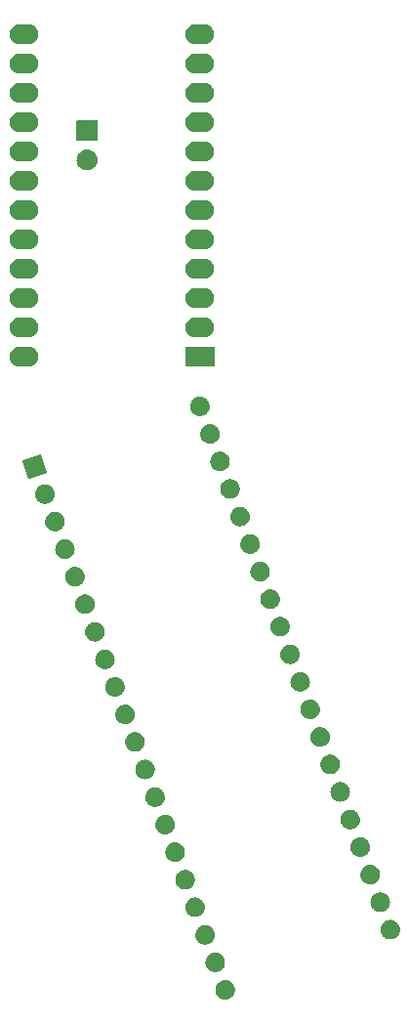
<source format=gbr>
%TF.GenerationSoftware,KiCad,Pcbnew,8.0.3*%
%TF.CreationDate,2024-06-29T11:18:24+02:00*%
%TF.ProjectId,adapter 8913-8910 Angle R,61646170-7465-4722-9038-3931332d3839,rev?*%
%TF.SameCoordinates,Original*%
%TF.FileFunction,Soldermask,Top*%
%TF.FilePolarity,Negative*%
%FSLAX46Y46*%
G04 Gerber Fmt 4.6, Leading zero omitted, Abs format (unit mm)*
G04 Created by KiCad (PCBNEW 8.0.3) date 2024-06-29 11:18:24*
%MOMM*%
%LPD*%
G01*
G04 APERTURE LIST*
G04 APERTURE END LIST*
G36*
X131126176Y-107515615D02*
G01*
X131173931Y-107515615D01*
X131215171Y-107524380D01*
X131250878Y-107527898D01*
X131295736Y-107541505D01*
X131347950Y-107552604D01*
X131381361Y-107567479D01*
X131410412Y-107576292D01*
X131456579Y-107600968D01*
X131510477Y-107624965D01*
X131535531Y-107643168D01*
X131557430Y-107654873D01*
X131602105Y-107691537D01*
X131654407Y-107729537D01*
X131671388Y-107748396D01*
X131686297Y-107760632D01*
X131726364Y-107809454D01*
X131773450Y-107861748D01*
X131783341Y-107878880D01*
X131792056Y-107889499D01*
X131824283Y-107949793D01*
X131862404Y-108015820D01*
X131866790Y-108029321D01*
X131870637Y-108036517D01*
X131891838Y-108106408D01*
X131917381Y-108185020D01*
X131918280Y-108193576D01*
X131919031Y-108196051D01*
X131926348Y-108270342D01*
X131935977Y-108361953D01*
X131926347Y-108453572D01*
X131919031Y-108527854D01*
X131918280Y-108530328D01*
X131917381Y-108538886D01*
X131891833Y-108617511D01*
X131870637Y-108687388D01*
X131866791Y-108694582D01*
X131862404Y-108708086D01*
X131824276Y-108774125D01*
X131792056Y-108834406D01*
X131783343Y-108845022D01*
X131773450Y-108862158D01*
X131726355Y-108914462D01*
X131686297Y-108963273D01*
X131671391Y-108975505D01*
X131654407Y-108994369D01*
X131602095Y-109032376D01*
X131557430Y-109069032D01*
X131535536Y-109080733D01*
X131510477Y-109098941D01*
X131456568Y-109122942D01*
X131410412Y-109147613D01*
X131381368Y-109156423D01*
X131347950Y-109171302D01*
X131295725Y-109182402D01*
X131250878Y-109196007D01*
X131215180Y-109199523D01*
X131173931Y-109208291D01*
X131126165Y-109208291D01*
X131084977Y-109212348D01*
X131043788Y-109208291D01*
X130996023Y-109208291D01*
X130954774Y-109199523D01*
X130919075Y-109196007D01*
X130874225Y-109182401D01*
X130822004Y-109171302D01*
X130788587Y-109156424D01*
X130759541Y-109147613D01*
X130713379Y-109122939D01*
X130659477Y-109098941D01*
X130634420Y-109080736D01*
X130612523Y-109069032D01*
X130567850Y-109032369D01*
X130515547Y-108994369D01*
X130498565Y-108975508D01*
X130483656Y-108963273D01*
X130443587Y-108914449D01*
X130396504Y-108862158D01*
X130386613Y-108845026D01*
X130377897Y-108834406D01*
X130345664Y-108774101D01*
X130307550Y-108708086D01*
X130303163Y-108694587D01*
X130299316Y-108687388D01*
X130278105Y-108617465D01*
X130252573Y-108538886D01*
X130251674Y-108530333D01*
X130250922Y-108527854D01*
X130243590Y-108453420D01*
X130233977Y-108361953D01*
X130243589Y-108270493D01*
X130250922Y-108196051D01*
X130251674Y-108193571D01*
X130252573Y-108185020D01*
X130278100Y-108106455D01*
X130299316Y-108036517D01*
X130303164Y-108029316D01*
X130307550Y-108015820D01*
X130345657Y-107949816D01*
X130377897Y-107889499D01*
X130386615Y-107878876D01*
X130396504Y-107861748D01*
X130443578Y-107809466D01*
X130483656Y-107760632D01*
X130498568Y-107748393D01*
X130515547Y-107729537D01*
X130567839Y-107691544D01*
X130612523Y-107654873D01*
X130634425Y-107643166D01*
X130659477Y-107624965D01*
X130713368Y-107600971D01*
X130759541Y-107576292D01*
X130788594Y-107567478D01*
X130822004Y-107552604D01*
X130874214Y-107541506D01*
X130919075Y-107527898D01*
X130954783Y-107524380D01*
X130996023Y-107515615D01*
X131043778Y-107515615D01*
X131084977Y-107511557D01*
X131126176Y-107515615D01*
G37*
G36*
X130257445Y-105128795D02*
G01*
X130305200Y-105128795D01*
X130346440Y-105137560D01*
X130382147Y-105141078D01*
X130427005Y-105154685D01*
X130479219Y-105165784D01*
X130512630Y-105180659D01*
X130541681Y-105189472D01*
X130587848Y-105214148D01*
X130641746Y-105238145D01*
X130666800Y-105256348D01*
X130688699Y-105268053D01*
X130733374Y-105304717D01*
X130785676Y-105342717D01*
X130802657Y-105361576D01*
X130817566Y-105373812D01*
X130857633Y-105422634D01*
X130904719Y-105474928D01*
X130914610Y-105492060D01*
X130923325Y-105502679D01*
X130955552Y-105562973D01*
X130993673Y-105629000D01*
X130998059Y-105642501D01*
X131001906Y-105649697D01*
X131023107Y-105719588D01*
X131048650Y-105798200D01*
X131049549Y-105806756D01*
X131050300Y-105809231D01*
X131057617Y-105883522D01*
X131067246Y-105975133D01*
X131057616Y-106066752D01*
X131050300Y-106141034D01*
X131049549Y-106143508D01*
X131048650Y-106152066D01*
X131023102Y-106230691D01*
X131001906Y-106300568D01*
X130998060Y-106307762D01*
X130993673Y-106321266D01*
X130955545Y-106387305D01*
X130923325Y-106447586D01*
X130914612Y-106458202D01*
X130904719Y-106475338D01*
X130857624Y-106527642D01*
X130817566Y-106576453D01*
X130802660Y-106588685D01*
X130785676Y-106607549D01*
X130733364Y-106645556D01*
X130688699Y-106682212D01*
X130666805Y-106693913D01*
X130641746Y-106712121D01*
X130587837Y-106736122D01*
X130541681Y-106760793D01*
X130512637Y-106769603D01*
X130479219Y-106784482D01*
X130426994Y-106795582D01*
X130382147Y-106809187D01*
X130346449Y-106812703D01*
X130305200Y-106821471D01*
X130257434Y-106821471D01*
X130216246Y-106825528D01*
X130175057Y-106821471D01*
X130127292Y-106821471D01*
X130086043Y-106812703D01*
X130050344Y-106809187D01*
X130005494Y-106795581D01*
X129953273Y-106784482D01*
X129919856Y-106769604D01*
X129890810Y-106760793D01*
X129844648Y-106736119D01*
X129790746Y-106712121D01*
X129765689Y-106693916D01*
X129743792Y-106682212D01*
X129699119Y-106645549D01*
X129646816Y-106607549D01*
X129629834Y-106588688D01*
X129614925Y-106576453D01*
X129574856Y-106527629D01*
X129527773Y-106475338D01*
X129517882Y-106458206D01*
X129509166Y-106447586D01*
X129476933Y-106387281D01*
X129438819Y-106321266D01*
X129434432Y-106307767D01*
X129430585Y-106300568D01*
X129409374Y-106230645D01*
X129383842Y-106152066D01*
X129382943Y-106143513D01*
X129382191Y-106141034D01*
X129374859Y-106066600D01*
X129365246Y-105975133D01*
X129374858Y-105883673D01*
X129382191Y-105809231D01*
X129382943Y-105806751D01*
X129383842Y-105798200D01*
X129409369Y-105719635D01*
X129430585Y-105649697D01*
X129434433Y-105642496D01*
X129438819Y-105629000D01*
X129476926Y-105562996D01*
X129509166Y-105502679D01*
X129517884Y-105492056D01*
X129527773Y-105474928D01*
X129574847Y-105422646D01*
X129614925Y-105373812D01*
X129629837Y-105361573D01*
X129646816Y-105342717D01*
X129699108Y-105304724D01*
X129743792Y-105268053D01*
X129765694Y-105256346D01*
X129790746Y-105238145D01*
X129844637Y-105214151D01*
X129890810Y-105189472D01*
X129919863Y-105180658D01*
X129953273Y-105165784D01*
X130005483Y-105154686D01*
X130050344Y-105141078D01*
X130086052Y-105137560D01*
X130127292Y-105128795D01*
X130175047Y-105128795D01*
X130216246Y-105124737D01*
X130257445Y-105128795D01*
G37*
G36*
X129388714Y-102741976D02*
G01*
X129436469Y-102741976D01*
X129477709Y-102750741D01*
X129513416Y-102754259D01*
X129558274Y-102767866D01*
X129610488Y-102778965D01*
X129643899Y-102793840D01*
X129672950Y-102802653D01*
X129719117Y-102827329D01*
X129773015Y-102851326D01*
X129798069Y-102869529D01*
X129819968Y-102881234D01*
X129864643Y-102917898D01*
X129916945Y-102955898D01*
X129933926Y-102974757D01*
X129948835Y-102986993D01*
X129988902Y-103035815D01*
X130035988Y-103088109D01*
X130045879Y-103105241D01*
X130054594Y-103115860D01*
X130086821Y-103176154D01*
X130124942Y-103242181D01*
X130129328Y-103255682D01*
X130133175Y-103262878D01*
X130154376Y-103332769D01*
X130179919Y-103411381D01*
X130180818Y-103419937D01*
X130181569Y-103422412D01*
X130188886Y-103496703D01*
X130198515Y-103588314D01*
X130188885Y-103679933D01*
X130181569Y-103754215D01*
X130180818Y-103756689D01*
X130179919Y-103765247D01*
X130154371Y-103843872D01*
X130133175Y-103913749D01*
X130129329Y-103920943D01*
X130124942Y-103934447D01*
X130086814Y-104000486D01*
X130054594Y-104060767D01*
X130045881Y-104071383D01*
X130035988Y-104088519D01*
X129988893Y-104140823D01*
X129948835Y-104189634D01*
X129933929Y-104201866D01*
X129916945Y-104220730D01*
X129864633Y-104258737D01*
X129819968Y-104295393D01*
X129798074Y-104307094D01*
X129773015Y-104325302D01*
X129719106Y-104349303D01*
X129672950Y-104373974D01*
X129643906Y-104382784D01*
X129610488Y-104397663D01*
X129558263Y-104408763D01*
X129513416Y-104422368D01*
X129477718Y-104425884D01*
X129436469Y-104434652D01*
X129388703Y-104434652D01*
X129347515Y-104438709D01*
X129306326Y-104434652D01*
X129258561Y-104434652D01*
X129217312Y-104425884D01*
X129181613Y-104422368D01*
X129136763Y-104408762D01*
X129084542Y-104397663D01*
X129051125Y-104382785D01*
X129022079Y-104373974D01*
X128975917Y-104349300D01*
X128922015Y-104325302D01*
X128896958Y-104307097D01*
X128875061Y-104295393D01*
X128830388Y-104258730D01*
X128778085Y-104220730D01*
X128761103Y-104201869D01*
X128746194Y-104189634D01*
X128706125Y-104140810D01*
X128659042Y-104088519D01*
X128649151Y-104071387D01*
X128640435Y-104060767D01*
X128608202Y-104000462D01*
X128570088Y-103934447D01*
X128565701Y-103920948D01*
X128561854Y-103913749D01*
X128540643Y-103843826D01*
X128515111Y-103765247D01*
X128514212Y-103756694D01*
X128513460Y-103754215D01*
X128506128Y-103679781D01*
X128496515Y-103588314D01*
X128506127Y-103496854D01*
X128513460Y-103422412D01*
X128514212Y-103419932D01*
X128515111Y-103411381D01*
X128540638Y-103332816D01*
X128561854Y-103262878D01*
X128565702Y-103255677D01*
X128570088Y-103242181D01*
X128608195Y-103176177D01*
X128640435Y-103115860D01*
X128649153Y-103105237D01*
X128659042Y-103088109D01*
X128706116Y-103035827D01*
X128746194Y-102986993D01*
X128761106Y-102974754D01*
X128778085Y-102955898D01*
X128830377Y-102917905D01*
X128875061Y-102881234D01*
X128896963Y-102869527D01*
X128922015Y-102851326D01*
X128975906Y-102827332D01*
X129022079Y-102802653D01*
X129051132Y-102793839D01*
X129084542Y-102778965D01*
X129136752Y-102767867D01*
X129181613Y-102754259D01*
X129217321Y-102750741D01*
X129258561Y-102741976D01*
X129306316Y-102741976D01*
X129347515Y-102737918D01*
X129388714Y-102741976D01*
G37*
G36*
X145447092Y-102303228D02*
G01*
X145494847Y-102303228D01*
X145536087Y-102311993D01*
X145571794Y-102315511D01*
X145616652Y-102329118D01*
X145668866Y-102340217D01*
X145702277Y-102355092D01*
X145731328Y-102363905D01*
X145777495Y-102388581D01*
X145831393Y-102412578D01*
X145856447Y-102430781D01*
X145878346Y-102442486D01*
X145923021Y-102479150D01*
X145975323Y-102517150D01*
X145992304Y-102536009D01*
X146007213Y-102548245D01*
X146047280Y-102597067D01*
X146094366Y-102649361D01*
X146104257Y-102666493D01*
X146112972Y-102677112D01*
X146145199Y-102737406D01*
X146183320Y-102803433D01*
X146187706Y-102816934D01*
X146191553Y-102824130D01*
X146212754Y-102894021D01*
X146238297Y-102972633D01*
X146239196Y-102981189D01*
X146239947Y-102983664D01*
X146247264Y-103057955D01*
X146256893Y-103149566D01*
X146247263Y-103241185D01*
X146239947Y-103315467D01*
X146239196Y-103317941D01*
X146238297Y-103326499D01*
X146212749Y-103405124D01*
X146191553Y-103475001D01*
X146187707Y-103482195D01*
X146183320Y-103495699D01*
X146145192Y-103561738D01*
X146112972Y-103622019D01*
X146104259Y-103632635D01*
X146094366Y-103649771D01*
X146047271Y-103702075D01*
X146007213Y-103750886D01*
X145992307Y-103763118D01*
X145975323Y-103781982D01*
X145923011Y-103819989D01*
X145878346Y-103856645D01*
X145856452Y-103868346D01*
X145831393Y-103886554D01*
X145777484Y-103910555D01*
X145731328Y-103935226D01*
X145702284Y-103944036D01*
X145668866Y-103958915D01*
X145616641Y-103970015D01*
X145571794Y-103983620D01*
X145536096Y-103987136D01*
X145494847Y-103995904D01*
X145447081Y-103995904D01*
X145405893Y-103999961D01*
X145364704Y-103995904D01*
X145316939Y-103995904D01*
X145275690Y-103987136D01*
X145239991Y-103983620D01*
X145195141Y-103970014D01*
X145142920Y-103958915D01*
X145109503Y-103944037D01*
X145080457Y-103935226D01*
X145034295Y-103910552D01*
X144980393Y-103886554D01*
X144955336Y-103868349D01*
X144933439Y-103856645D01*
X144888766Y-103819982D01*
X144836463Y-103781982D01*
X144819481Y-103763121D01*
X144804572Y-103750886D01*
X144764503Y-103702062D01*
X144717420Y-103649771D01*
X144707529Y-103632639D01*
X144698813Y-103622019D01*
X144666580Y-103561714D01*
X144628466Y-103495699D01*
X144624079Y-103482200D01*
X144620232Y-103475001D01*
X144599021Y-103405078D01*
X144573489Y-103326499D01*
X144572590Y-103317946D01*
X144571838Y-103315467D01*
X144564506Y-103241033D01*
X144554893Y-103149566D01*
X144564505Y-103058106D01*
X144571838Y-102983664D01*
X144572590Y-102981184D01*
X144573489Y-102972633D01*
X144599016Y-102894068D01*
X144620232Y-102824130D01*
X144624080Y-102816929D01*
X144628466Y-102803433D01*
X144666573Y-102737429D01*
X144698813Y-102677112D01*
X144707531Y-102666489D01*
X144717420Y-102649361D01*
X144764494Y-102597079D01*
X144804572Y-102548245D01*
X144819484Y-102536006D01*
X144836463Y-102517150D01*
X144888755Y-102479157D01*
X144933439Y-102442486D01*
X144955341Y-102430779D01*
X144980393Y-102412578D01*
X145034284Y-102388584D01*
X145080457Y-102363905D01*
X145109510Y-102355091D01*
X145142920Y-102340217D01*
X145195130Y-102329119D01*
X145239991Y-102315511D01*
X145275699Y-102311993D01*
X145316939Y-102303228D01*
X145364694Y-102303228D01*
X145405893Y-102299170D01*
X145447092Y-102303228D01*
G37*
G36*
X128519983Y-100355157D02*
G01*
X128567738Y-100355157D01*
X128608978Y-100363922D01*
X128644685Y-100367440D01*
X128689543Y-100381047D01*
X128741757Y-100392146D01*
X128775168Y-100407021D01*
X128804219Y-100415834D01*
X128850386Y-100440510D01*
X128904284Y-100464507D01*
X128929338Y-100482710D01*
X128951237Y-100494415D01*
X128995912Y-100531079D01*
X129048214Y-100569079D01*
X129065195Y-100587938D01*
X129080104Y-100600174D01*
X129120171Y-100648996D01*
X129167257Y-100701290D01*
X129177148Y-100718422D01*
X129185863Y-100729041D01*
X129218090Y-100789335D01*
X129256211Y-100855362D01*
X129260597Y-100868863D01*
X129264444Y-100876059D01*
X129285645Y-100945950D01*
X129311188Y-101024562D01*
X129312087Y-101033118D01*
X129312838Y-101035593D01*
X129320155Y-101109884D01*
X129329784Y-101201495D01*
X129320154Y-101293114D01*
X129312838Y-101367396D01*
X129312087Y-101369870D01*
X129311188Y-101378428D01*
X129285640Y-101457053D01*
X129264444Y-101526930D01*
X129260598Y-101534124D01*
X129256211Y-101547628D01*
X129218083Y-101613667D01*
X129185863Y-101673948D01*
X129177150Y-101684564D01*
X129167257Y-101701700D01*
X129120162Y-101754004D01*
X129080104Y-101802815D01*
X129065198Y-101815047D01*
X129048214Y-101833911D01*
X128995902Y-101871918D01*
X128951237Y-101908574D01*
X128929343Y-101920275D01*
X128904284Y-101938483D01*
X128850375Y-101962484D01*
X128804219Y-101987155D01*
X128775175Y-101995965D01*
X128741757Y-102010844D01*
X128689532Y-102021944D01*
X128644685Y-102035549D01*
X128608987Y-102039065D01*
X128567738Y-102047833D01*
X128519972Y-102047833D01*
X128478784Y-102051890D01*
X128437595Y-102047833D01*
X128389830Y-102047833D01*
X128348581Y-102039065D01*
X128312882Y-102035549D01*
X128268032Y-102021943D01*
X128215811Y-102010844D01*
X128182394Y-101995966D01*
X128153348Y-101987155D01*
X128107186Y-101962481D01*
X128053284Y-101938483D01*
X128028227Y-101920278D01*
X128006330Y-101908574D01*
X127961657Y-101871911D01*
X127909354Y-101833911D01*
X127892372Y-101815050D01*
X127877463Y-101802815D01*
X127837394Y-101753991D01*
X127790311Y-101701700D01*
X127780420Y-101684568D01*
X127771704Y-101673948D01*
X127739471Y-101613643D01*
X127701357Y-101547628D01*
X127696970Y-101534129D01*
X127693123Y-101526930D01*
X127671912Y-101457007D01*
X127646380Y-101378428D01*
X127645481Y-101369875D01*
X127644729Y-101367396D01*
X127637397Y-101292962D01*
X127627784Y-101201495D01*
X127637396Y-101110035D01*
X127644729Y-101035593D01*
X127645481Y-101033113D01*
X127646380Y-101024562D01*
X127671907Y-100945997D01*
X127693123Y-100876059D01*
X127696971Y-100868858D01*
X127701357Y-100855362D01*
X127739464Y-100789358D01*
X127771704Y-100729041D01*
X127780422Y-100718418D01*
X127790311Y-100701290D01*
X127837385Y-100649008D01*
X127877463Y-100600174D01*
X127892375Y-100587935D01*
X127909354Y-100569079D01*
X127961646Y-100531086D01*
X128006330Y-100494415D01*
X128028232Y-100482708D01*
X128053284Y-100464507D01*
X128107175Y-100440513D01*
X128153348Y-100415834D01*
X128182401Y-100407020D01*
X128215811Y-100392146D01*
X128268021Y-100381048D01*
X128312882Y-100367440D01*
X128348590Y-100363922D01*
X128389830Y-100355157D01*
X128437585Y-100355157D01*
X128478784Y-100351099D01*
X128519983Y-100355157D01*
G37*
G36*
X144578360Y-99916408D02*
G01*
X144626115Y-99916408D01*
X144667355Y-99925173D01*
X144703062Y-99928691D01*
X144747920Y-99942298D01*
X144800134Y-99953397D01*
X144833545Y-99968272D01*
X144862596Y-99977085D01*
X144908763Y-100001761D01*
X144962661Y-100025758D01*
X144987715Y-100043961D01*
X145009614Y-100055666D01*
X145054289Y-100092330D01*
X145106591Y-100130330D01*
X145123572Y-100149189D01*
X145138481Y-100161425D01*
X145178548Y-100210247D01*
X145225634Y-100262541D01*
X145235525Y-100279673D01*
X145244240Y-100290292D01*
X145276467Y-100350586D01*
X145314588Y-100416613D01*
X145318974Y-100430114D01*
X145322821Y-100437310D01*
X145344022Y-100507201D01*
X145369565Y-100585813D01*
X145370464Y-100594369D01*
X145371215Y-100596844D01*
X145378532Y-100671135D01*
X145388161Y-100762746D01*
X145378531Y-100854365D01*
X145371215Y-100928647D01*
X145370464Y-100931121D01*
X145369565Y-100939679D01*
X145344017Y-101018304D01*
X145322821Y-101088181D01*
X145318975Y-101095375D01*
X145314588Y-101108879D01*
X145276460Y-101174918D01*
X145244240Y-101235199D01*
X145235527Y-101245815D01*
X145225634Y-101262951D01*
X145178539Y-101315255D01*
X145138481Y-101364066D01*
X145123575Y-101376298D01*
X145106591Y-101395162D01*
X145054279Y-101433169D01*
X145009614Y-101469825D01*
X144987720Y-101481526D01*
X144962661Y-101499734D01*
X144908752Y-101523735D01*
X144862596Y-101548406D01*
X144833552Y-101557216D01*
X144800134Y-101572095D01*
X144747909Y-101583195D01*
X144703062Y-101596800D01*
X144667364Y-101600316D01*
X144626115Y-101609084D01*
X144578349Y-101609084D01*
X144537161Y-101613141D01*
X144495972Y-101609084D01*
X144448207Y-101609084D01*
X144406958Y-101600316D01*
X144371259Y-101596800D01*
X144326409Y-101583194D01*
X144274188Y-101572095D01*
X144240771Y-101557217D01*
X144211725Y-101548406D01*
X144165563Y-101523732D01*
X144111661Y-101499734D01*
X144086604Y-101481529D01*
X144064707Y-101469825D01*
X144020034Y-101433162D01*
X143967731Y-101395162D01*
X143950749Y-101376301D01*
X143935840Y-101364066D01*
X143895771Y-101315242D01*
X143848688Y-101262951D01*
X143838797Y-101245819D01*
X143830081Y-101235199D01*
X143797848Y-101174894D01*
X143759734Y-101108879D01*
X143755347Y-101095380D01*
X143751500Y-101088181D01*
X143730289Y-101018258D01*
X143704757Y-100939679D01*
X143703858Y-100931126D01*
X143703106Y-100928647D01*
X143695774Y-100854213D01*
X143686161Y-100762746D01*
X143695773Y-100671286D01*
X143703106Y-100596844D01*
X143703858Y-100594364D01*
X143704757Y-100585813D01*
X143730284Y-100507248D01*
X143751500Y-100437310D01*
X143755348Y-100430109D01*
X143759734Y-100416613D01*
X143797841Y-100350609D01*
X143830081Y-100290292D01*
X143838799Y-100279669D01*
X143848688Y-100262541D01*
X143895762Y-100210259D01*
X143935840Y-100161425D01*
X143950752Y-100149186D01*
X143967731Y-100130330D01*
X144020023Y-100092337D01*
X144064707Y-100055666D01*
X144086609Y-100043959D01*
X144111661Y-100025758D01*
X144165552Y-100001764D01*
X144211725Y-99977085D01*
X144240778Y-99968271D01*
X144274188Y-99953397D01*
X144326398Y-99942299D01*
X144371259Y-99928691D01*
X144406967Y-99925173D01*
X144448207Y-99916408D01*
X144495962Y-99916408D01*
X144537161Y-99912350D01*
X144578360Y-99916408D01*
G37*
G36*
X127651251Y-97968338D02*
G01*
X127699006Y-97968338D01*
X127740246Y-97977103D01*
X127775953Y-97980621D01*
X127820811Y-97994228D01*
X127873025Y-98005327D01*
X127906436Y-98020202D01*
X127935487Y-98029015D01*
X127981654Y-98053691D01*
X128035552Y-98077688D01*
X128060606Y-98095891D01*
X128082505Y-98107596D01*
X128127180Y-98144260D01*
X128179482Y-98182260D01*
X128196463Y-98201119D01*
X128211372Y-98213355D01*
X128251439Y-98262177D01*
X128298525Y-98314471D01*
X128308416Y-98331603D01*
X128317131Y-98342222D01*
X128349358Y-98402516D01*
X128387479Y-98468543D01*
X128391865Y-98482044D01*
X128395712Y-98489240D01*
X128416913Y-98559131D01*
X128442456Y-98637743D01*
X128443355Y-98646299D01*
X128444106Y-98648774D01*
X128451423Y-98723065D01*
X128461052Y-98814676D01*
X128451422Y-98906295D01*
X128444106Y-98980577D01*
X128443355Y-98983051D01*
X128442456Y-98991609D01*
X128416908Y-99070234D01*
X128395712Y-99140111D01*
X128391866Y-99147305D01*
X128387479Y-99160809D01*
X128349351Y-99226848D01*
X128317131Y-99287129D01*
X128308418Y-99297745D01*
X128298525Y-99314881D01*
X128251430Y-99367185D01*
X128211372Y-99415996D01*
X128196466Y-99428228D01*
X128179482Y-99447092D01*
X128127170Y-99485099D01*
X128082505Y-99521755D01*
X128060611Y-99533456D01*
X128035552Y-99551664D01*
X127981643Y-99575665D01*
X127935487Y-99600336D01*
X127906443Y-99609146D01*
X127873025Y-99624025D01*
X127820800Y-99635125D01*
X127775953Y-99648730D01*
X127740255Y-99652246D01*
X127699006Y-99661014D01*
X127651240Y-99661014D01*
X127610052Y-99665071D01*
X127568863Y-99661014D01*
X127521098Y-99661014D01*
X127479849Y-99652246D01*
X127444150Y-99648730D01*
X127399300Y-99635124D01*
X127347079Y-99624025D01*
X127313662Y-99609147D01*
X127284616Y-99600336D01*
X127238454Y-99575662D01*
X127184552Y-99551664D01*
X127159495Y-99533459D01*
X127137598Y-99521755D01*
X127092925Y-99485092D01*
X127040622Y-99447092D01*
X127023640Y-99428231D01*
X127008731Y-99415996D01*
X126968662Y-99367172D01*
X126921579Y-99314881D01*
X126911688Y-99297749D01*
X126902972Y-99287129D01*
X126870739Y-99226824D01*
X126832625Y-99160809D01*
X126828238Y-99147310D01*
X126824391Y-99140111D01*
X126803180Y-99070188D01*
X126777648Y-98991609D01*
X126776749Y-98983056D01*
X126775997Y-98980577D01*
X126768665Y-98906143D01*
X126759052Y-98814676D01*
X126768664Y-98723216D01*
X126775997Y-98648774D01*
X126776749Y-98646294D01*
X126777648Y-98637743D01*
X126803175Y-98559178D01*
X126824391Y-98489240D01*
X126828239Y-98482039D01*
X126832625Y-98468543D01*
X126870732Y-98402539D01*
X126902972Y-98342222D01*
X126911690Y-98331599D01*
X126921579Y-98314471D01*
X126968653Y-98262189D01*
X127008731Y-98213355D01*
X127023643Y-98201116D01*
X127040622Y-98182260D01*
X127092914Y-98144267D01*
X127137598Y-98107596D01*
X127159500Y-98095889D01*
X127184552Y-98077688D01*
X127238443Y-98053694D01*
X127284616Y-98029015D01*
X127313669Y-98020201D01*
X127347079Y-98005327D01*
X127399289Y-97994229D01*
X127444150Y-97980621D01*
X127479858Y-97977103D01*
X127521098Y-97968338D01*
X127568853Y-97968338D01*
X127610052Y-97964280D01*
X127651251Y-97968338D01*
G37*
G36*
X143709629Y-97529589D02*
G01*
X143757384Y-97529589D01*
X143798624Y-97538354D01*
X143834331Y-97541872D01*
X143879189Y-97555479D01*
X143931403Y-97566578D01*
X143964814Y-97581453D01*
X143993865Y-97590266D01*
X144040032Y-97614942D01*
X144093930Y-97638939D01*
X144118984Y-97657142D01*
X144140883Y-97668847D01*
X144185558Y-97705511D01*
X144237860Y-97743511D01*
X144254841Y-97762370D01*
X144269750Y-97774606D01*
X144309817Y-97823428D01*
X144356903Y-97875722D01*
X144366794Y-97892854D01*
X144375509Y-97903473D01*
X144407736Y-97963767D01*
X144445857Y-98029794D01*
X144450243Y-98043295D01*
X144454090Y-98050491D01*
X144475291Y-98120382D01*
X144500834Y-98198994D01*
X144501733Y-98207550D01*
X144502484Y-98210025D01*
X144509801Y-98284316D01*
X144519430Y-98375927D01*
X144509800Y-98467546D01*
X144502484Y-98541828D01*
X144501733Y-98544302D01*
X144500834Y-98552860D01*
X144475286Y-98631485D01*
X144454090Y-98701362D01*
X144450244Y-98708556D01*
X144445857Y-98722060D01*
X144407729Y-98788099D01*
X144375509Y-98848380D01*
X144366796Y-98858996D01*
X144356903Y-98876132D01*
X144309808Y-98928436D01*
X144269750Y-98977247D01*
X144254844Y-98989479D01*
X144237860Y-99008343D01*
X144185548Y-99046350D01*
X144140883Y-99083006D01*
X144118989Y-99094707D01*
X144093930Y-99112915D01*
X144040021Y-99136916D01*
X143993865Y-99161587D01*
X143964821Y-99170397D01*
X143931403Y-99185276D01*
X143879178Y-99196376D01*
X143834331Y-99209981D01*
X143798633Y-99213497D01*
X143757384Y-99222265D01*
X143709618Y-99222265D01*
X143668430Y-99226322D01*
X143627241Y-99222265D01*
X143579476Y-99222265D01*
X143538227Y-99213497D01*
X143502528Y-99209981D01*
X143457678Y-99196375D01*
X143405457Y-99185276D01*
X143372040Y-99170398D01*
X143342994Y-99161587D01*
X143296832Y-99136913D01*
X143242930Y-99112915D01*
X143217873Y-99094710D01*
X143195976Y-99083006D01*
X143151303Y-99046343D01*
X143099000Y-99008343D01*
X143082018Y-98989482D01*
X143067109Y-98977247D01*
X143027040Y-98928423D01*
X142979957Y-98876132D01*
X142970066Y-98859000D01*
X142961350Y-98848380D01*
X142929117Y-98788075D01*
X142891003Y-98722060D01*
X142886616Y-98708561D01*
X142882769Y-98701362D01*
X142861558Y-98631439D01*
X142836026Y-98552860D01*
X142835127Y-98544307D01*
X142834375Y-98541828D01*
X142827043Y-98467394D01*
X142817430Y-98375927D01*
X142827042Y-98284467D01*
X142834375Y-98210025D01*
X142835127Y-98207545D01*
X142836026Y-98198994D01*
X142861553Y-98120429D01*
X142882769Y-98050491D01*
X142886617Y-98043290D01*
X142891003Y-98029794D01*
X142929110Y-97963790D01*
X142961350Y-97903473D01*
X142970068Y-97892850D01*
X142979957Y-97875722D01*
X143027031Y-97823440D01*
X143067109Y-97774606D01*
X143082021Y-97762367D01*
X143099000Y-97743511D01*
X143151292Y-97705518D01*
X143195976Y-97668847D01*
X143217878Y-97657140D01*
X143242930Y-97638939D01*
X143296821Y-97614945D01*
X143342994Y-97590266D01*
X143372047Y-97581452D01*
X143405457Y-97566578D01*
X143457667Y-97555480D01*
X143502528Y-97541872D01*
X143538236Y-97538354D01*
X143579476Y-97529589D01*
X143627231Y-97529589D01*
X143668430Y-97525531D01*
X143709629Y-97529589D01*
G37*
G36*
X126782520Y-95581518D02*
G01*
X126830275Y-95581518D01*
X126871515Y-95590283D01*
X126907222Y-95593801D01*
X126952080Y-95607408D01*
X127004294Y-95618507D01*
X127037705Y-95633382D01*
X127066756Y-95642195D01*
X127112923Y-95666871D01*
X127166821Y-95690868D01*
X127191875Y-95709071D01*
X127213774Y-95720776D01*
X127258449Y-95757440D01*
X127310751Y-95795440D01*
X127327732Y-95814299D01*
X127342641Y-95826535D01*
X127382708Y-95875357D01*
X127429794Y-95927651D01*
X127439685Y-95944783D01*
X127448400Y-95955402D01*
X127480627Y-96015696D01*
X127518748Y-96081723D01*
X127523134Y-96095224D01*
X127526981Y-96102420D01*
X127548182Y-96172311D01*
X127573725Y-96250923D01*
X127574624Y-96259479D01*
X127575375Y-96261954D01*
X127582692Y-96336245D01*
X127592321Y-96427856D01*
X127582691Y-96519475D01*
X127575375Y-96593757D01*
X127574624Y-96596231D01*
X127573725Y-96604789D01*
X127548177Y-96683414D01*
X127526981Y-96753291D01*
X127523135Y-96760485D01*
X127518748Y-96773989D01*
X127480620Y-96840028D01*
X127448400Y-96900309D01*
X127439687Y-96910925D01*
X127429794Y-96928061D01*
X127382699Y-96980365D01*
X127342641Y-97029176D01*
X127327735Y-97041408D01*
X127310751Y-97060272D01*
X127258439Y-97098279D01*
X127213774Y-97134935D01*
X127191880Y-97146636D01*
X127166821Y-97164844D01*
X127112912Y-97188845D01*
X127066756Y-97213516D01*
X127037712Y-97222326D01*
X127004294Y-97237205D01*
X126952069Y-97248305D01*
X126907222Y-97261910D01*
X126871524Y-97265426D01*
X126830275Y-97274194D01*
X126782509Y-97274194D01*
X126741321Y-97278251D01*
X126700132Y-97274194D01*
X126652367Y-97274194D01*
X126611118Y-97265426D01*
X126575419Y-97261910D01*
X126530569Y-97248304D01*
X126478348Y-97237205D01*
X126444931Y-97222327D01*
X126415885Y-97213516D01*
X126369723Y-97188842D01*
X126315821Y-97164844D01*
X126290764Y-97146639D01*
X126268867Y-97134935D01*
X126224194Y-97098272D01*
X126171891Y-97060272D01*
X126154909Y-97041411D01*
X126140000Y-97029176D01*
X126099931Y-96980352D01*
X126052848Y-96928061D01*
X126042957Y-96910929D01*
X126034241Y-96900309D01*
X126002008Y-96840004D01*
X125963894Y-96773989D01*
X125959507Y-96760490D01*
X125955660Y-96753291D01*
X125934449Y-96683368D01*
X125908917Y-96604789D01*
X125908018Y-96596236D01*
X125907266Y-96593757D01*
X125899934Y-96519323D01*
X125890321Y-96427856D01*
X125899933Y-96336396D01*
X125907266Y-96261954D01*
X125908018Y-96259474D01*
X125908917Y-96250923D01*
X125934444Y-96172358D01*
X125955660Y-96102420D01*
X125959508Y-96095219D01*
X125963894Y-96081723D01*
X126002001Y-96015719D01*
X126034241Y-95955402D01*
X126042959Y-95944779D01*
X126052848Y-95927651D01*
X126099922Y-95875369D01*
X126140000Y-95826535D01*
X126154912Y-95814296D01*
X126171891Y-95795440D01*
X126224183Y-95757447D01*
X126268867Y-95720776D01*
X126290769Y-95709069D01*
X126315821Y-95690868D01*
X126369712Y-95666874D01*
X126415885Y-95642195D01*
X126444938Y-95633381D01*
X126478348Y-95618507D01*
X126530558Y-95607409D01*
X126575419Y-95593801D01*
X126611127Y-95590283D01*
X126652367Y-95581518D01*
X126700122Y-95581518D01*
X126741321Y-95577460D01*
X126782520Y-95581518D01*
G37*
G36*
X142840898Y-95142770D02*
G01*
X142888653Y-95142770D01*
X142929893Y-95151535D01*
X142965600Y-95155053D01*
X143010458Y-95168660D01*
X143062672Y-95179759D01*
X143096083Y-95194634D01*
X143125134Y-95203447D01*
X143171301Y-95228123D01*
X143225199Y-95252120D01*
X143250253Y-95270323D01*
X143272152Y-95282028D01*
X143316827Y-95318692D01*
X143369129Y-95356692D01*
X143386110Y-95375551D01*
X143401019Y-95387787D01*
X143441086Y-95436609D01*
X143488172Y-95488903D01*
X143498063Y-95506035D01*
X143506778Y-95516654D01*
X143539005Y-95576948D01*
X143577126Y-95642975D01*
X143581512Y-95656476D01*
X143585359Y-95663672D01*
X143606560Y-95733563D01*
X143632103Y-95812175D01*
X143633002Y-95820731D01*
X143633753Y-95823206D01*
X143641070Y-95897497D01*
X143650699Y-95989108D01*
X143641069Y-96080727D01*
X143633753Y-96155009D01*
X143633002Y-96157483D01*
X143632103Y-96166041D01*
X143606555Y-96244666D01*
X143585359Y-96314543D01*
X143581513Y-96321737D01*
X143577126Y-96335241D01*
X143538998Y-96401280D01*
X143506778Y-96461561D01*
X143498065Y-96472177D01*
X143488172Y-96489313D01*
X143441077Y-96541617D01*
X143401019Y-96590428D01*
X143386113Y-96602660D01*
X143369129Y-96621524D01*
X143316817Y-96659531D01*
X143272152Y-96696187D01*
X143250258Y-96707888D01*
X143225199Y-96726096D01*
X143171290Y-96750097D01*
X143125134Y-96774768D01*
X143096090Y-96783578D01*
X143062672Y-96798457D01*
X143010447Y-96809557D01*
X142965600Y-96823162D01*
X142929902Y-96826678D01*
X142888653Y-96835446D01*
X142840887Y-96835446D01*
X142799699Y-96839503D01*
X142758510Y-96835446D01*
X142710745Y-96835446D01*
X142669496Y-96826678D01*
X142633797Y-96823162D01*
X142588947Y-96809556D01*
X142536726Y-96798457D01*
X142503309Y-96783579D01*
X142474263Y-96774768D01*
X142428101Y-96750094D01*
X142374199Y-96726096D01*
X142349142Y-96707891D01*
X142327245Y-96696187D01*
X142282572Y-96659524D01*
X142230269Y-96621524D01*
X142213287Y-96602663D01*
X142198378Y-96590428D01*
X142158309Y-96541604D01*
X142111226Y-96489313D01*
X142101335Y-96472181D01*
X142092619Y-96461561D01*
X142060386Y-96401256D01*
X142022272Y-96335241D01*
X142017885Y-96321742D01*
X142014038Y-96314543D01*
X141992827Y-96244620D01*
X141967295Y-96166041D01*
X141966396Y-96157488D01*
X141965644Y-96155009D01*
X141958312Y-96080575D01*
X141948699Y-95989108D01*
X141958311Y-95897648D01*
X141965644Y-95823206D01*
X141966396Y-95820726D01*
X141967295Y-95812175D01*
X141992822Y-95733610D01*
X142014038Y-95663672D01*
X142017886Y-95656471D01*
X142022272Y-95642975D01*
X142060379Y-95576971D01*
X142092619Y-95516654D01*
X142101337Y-95506031D01*
X142111226Y-95488903D01*
X142158300Y-95436621D01*
X142198378Y-95387787D01*
X142213290Y-95375548D01*
X142230269Y-95356692D01*
X142282561Y-95318699D01*
X142327245Y-95282028D01*
X142349147Y-95270321D01*
X142374199Y-95252120D01*
X142428090Y-95228126D01*
X142474263Y-95203447D01*
X142503316Y-95194633D01*
X142536726Y-95179759D01*
X142588936Y-95168661D01*
X142633797Y-95155053D01*
X142669505Y-95151535D01*
X142710745Y-95142770D01*
X142758500Y-95142770D01*
X142799699Y-95138712D01*
X142840898Y-95142770D01*
G37*
G36*
X125913789Y-93194700D02*
G01*
X125961544Y-93194700D01*
X126002784Y-93203465D01*
X126038491Y-93206983D01*
X126083349Y-93220590D01*
X126135563Y-93231689D01*
X126168974Y-93246564D01*
X126198025Y-93255377D01*
X126244192Y-93280053D01*
X126298090Y-93304050D01*
X126323144Y-93322253D01*
X126345043Y-93333958D01*
X126389718Y-93370622D01*
X126442020Y-93408622D01*
X126459001Y-93427481D01*
X126473910Y-93439717D01*
X126513977Y-93488539D01*
X126561063Y-93540833D01*
X126570954Y-93557965D01*
X126579669Y-93568584D01*
X126611896Y-93628878D01*
X126650017Y-93694905D01*
X126654403Y-93708406D01*
X126658250Y-93715602D01*
X126679451Y-93785493D01*
X126704994Y-93864105D01*
X126705893Y-93872661D01*
X126706644Y-93875136D01*
X126713961Y-93949427D01*
X126723590Y-94041038D01*
X126713960Y-94132657D01*
X126706644Y-94206939D01*
X126705893Y-94209413D01*
X126704994Y-94217971D01*
X126679446Y-94296596D01*
X126658250Y-94366473D01*
X126654404Y-94373667D01*
X126650017Y-94387171D01*
X126611889Y-94453210D01*
X126579669Y-94513491D01*
X126570956Y-94524107D01*
X126561063Y-94541243D01*
X126513968Y-94593547D01*
X126473910Y-94642358D01*
X126459004Y-94654590D01*
X126442020Y-94673454D01*
X126389708Y-94711461D01*
X126345043Y-94748117D01*
X126323149Y-94759818D01*
X126298090Y-94778026D01*
X126244181Y-94802027D01*
X126198025Y-94826698D01*
X126168981Y-94835508D01*
X126135563Y-94850387D01*
X126083338Y-94861487D01*
X126038491Y-94875092D01*
X126002793Y-94878608D01*
X125961544Y-94887376D01*
X125913778Y-94887376D01*
X125872590Y-94891433D01*
X125831401Y-94887376D01*
X125783636Y-94887376D01*
X125742387Y-94878608D01*
X125706688Y-94875092D01*
X125661838Y-94861486D01*
X125609617Y-94850387D01*
X125576200Y-94835509D01*
X125547154Y-94826698D01*
X125500992Y-94802024D01*
X125447090Y-94778026D01*
X125422033Y-94759821D01*
X125400136Y-94748117D01*
X125355463Y-94711454D01*
X125303160Y-94673454D01*
X125286178Y-94654593D01*
X125271269Y-94642358D01*
X125231200Y-94593534D01*
X125184117Y-94541243D01*
X125174226Y-94524111D01*
X125165510Y-94513491D01*
X125133277Y-94453186D01*
X125095163Y-94387171D01*
X125090776Y-94373672D01*
X125086929Y-94366473D01*
X125065718Y-94296550D01*
X125040186Y-94217971D01*
X125039287Y-94209418D01*
X125038535Y-94206939D01*
X125031203Y-94132505D01*
X125021590Y-94041038D01*
X125031202Y-93949578D01*
X125038535Y-93875136D01*
X125039287Y-93872656D01*
X125040186Y-93864105D01*
X125065713Y-93785540D01*
X125086929Y-93715602D01*
X125090777Y-93708401D01*
X125095163Y-93694905D01*
X125133270Y-93628901D01*
X125165510Y-93568584D01*
X125174228Y-93557961D01*
X125184117Y-93540833D01*
X125231191Y-93488551D01*
X125271269Y-93439717D01*
X125286181Y-93427478D01*
X125303160Y-93408622D01*
X125355452Y-93370629D01*
X125400136Y-93333958D01*
X125422038Y-93322251D01*
X125447090Y-93304050D01*
X125500981Y-93280056D01*
X125547154Y-93255377D01*
X125576207Y-93246563D01*
X125609617Y-93231689D01*
X125661827Y-93220591D01*
X125706688Y-93206983D01*
X125742396Y-93203465D01*
X125783636Y-93194700D01*
X125831391Y-93194700D01*
X125872590Y-93190642D01*
X125913789Y-93194700D01*
G37*
G36*
X141972167Y-92755951D02*
G01*
X142019922Y-92755951D01*
X142061162Y-92764716D01*
X142096869Y-92768234D01*
X142141727Y-92781841D01*
X142193941Y-92792940D01*
X142227352Y-92807815D01*
X142256403Y-92816628D01*
X142302570Y-92841304D01*
X142356468Y-92865301D01*
X142381522Y-92883504D01*
X142403421Y-92895209D01*
X142448096Y-92931873D01*
X142500398Y-92969873D01*
X142517379Y-92988732D01*
X142532288Y-93000968D01*
X142572355Y-93049790D01*
X142619441Y-93102084D01*
X142629332Y-93119216D01*
X142638047Y-93129835D01*
X142670274Y-93190129D01*
X142708395Y-93256156D01*
X142712781Y-93269657D01*
X142716628Y-93276853D01*
X142737829Y-93346744D01*
X142763372Y-93425356D01*
X142764271Y-93433912D01*
X142765022Y-93436387D01*
X142772339Y-93510678D01*
X142781968Y-93602289D01*
X142772338Y-93693908D01*
X142765022Y-93768190D01*
X142764271Y-93770664D01*
X142763372Y-93779222D01*
X142737824Y-93857847D01*
X142716628Y-93927724D01*
X142712782Y-93934918D01*
X142708395Y-93948422D01*
X142670267Y-94014461D01*
X142638047Y-94074742D01*
X142629334Y-94085358D01*
X142619441Y-94102494D01*
X142572346Y-94154798D01*
X142532288Y-94203609D01*
X142517382Y-94215841D01*
X142500398Y-94234705D01*
X142448086Y-94272712D01*
X142403421Y-94309368D01*
X142381527Y-94321069D01*
X142356468Y-94339277D01*
X142302559Y-94363278D01*
X142256403Y-94387949D01*
X142227359Y-94396759D01*
X142193941Y-94411638D01*
X142141716Y-94422738D01*
X142096869Y-94436343D01*
X142061171Y-94439859D01*
X142019922Y-94448627D01*
X141972156Y-94448627D01*
X141930968Y-94452684D01*
X141889779Y-94448627D01*
X141842014Y-94448627D01*
X141800765Y-94439859D01*
X141765066Y-94436343D01*
X141720216Y-94422737D01*
X141667995Y-94411638D01*
X141634578Y-94396760D01*
X141605532Y-94387949D01*
X141559370Y-94363275D01*
X141505468Y-94339277D01*
X141480411Y-94321072D01*
X141458514Y-94309368D01*
X141413841Y-94272705D01*
X141361538Y-94234705D01*
X141344556Y-94215844D01*
X141329647Y-94203609D01*
X141289578Y-94154785D01*
X141242495Y-94102494D01*
X141232604Y-94085362D01*
X141223888Y-94074742D01*
X141191655Y-94014437D01*
X141153541Y-93948422D01*
X141149154Y-93934923D01*
X141145307Y-93927724D01*
X141124096Y-93857801D01*
X141098564Y-93779222D01*
X141097665Y-93770669D01*
X141096913Y-93768190D01*
X141089581Y-93693756D01*
X141079968Y-93602289D01*
X141089580Y-93510829D01*
X141096913Y-93436387D01*
X141097665Y-93433907D01*
X141098564Y-93425356D01*
X141124091Y-93346791D01*
X141145307Y-93276853D01*
X141149155Y-93269652D01*
X141153541Y-93256156D01*
X141191648Y-93190152D01*
X141223888Y-93129835D01*
X141232606Y-93119212D01*
X141242495Y-93102084D01*
X141289569Y-93049802D01*
X141329647Y-93000968D01*
X141344559Y-92988729D01*
X141361538Y-92969873D01*
X141413830Y-92931880D01*
X141458514Y-92895209D01*
X141480416Y-92883502D01*
X141505468Y-92865301D01*
X141559359Y-92841307D01*
X141605532Y-92816628D01*
X141634585Y-92807814D01*
X141667995Y-92792940D01*
X141720205Y-92781842D01*
X141765066Y-92768234D01*
X141800774Y-92764716D01*
X141842014Y-92755951D01*
X141889769Y-92755951D01*
X141930968Y-92751893D01*
X141972167Y-92755951D01*
G37*
G36*
X125045058Y-90807880D02*
G01*
X125092813Y-90807880D01*
X125134053Y-90816645D01*
X125169760Y-90820163D01*
X125214618Y-90833770D01*
X125266832Y-90844869D01*
X125300243Y-90859744D01*
X125329294Y-90868557D01*
X125375461Y-90893233D01*
X125429359Y-90917230D01*
X125454413Y-90935433D01*
X125476312Y-90947138D01*
X125520987Y-90983802D01*
X125573289Y-91021802D01*
X125590270Y-91040661D01*
X125605179Y-91052897D01*
X125645246Y-91101719D01*
X125692332Y-91154013D01*
X125702223Y-91171145D01*
X125710938Y-91181764D01*
X125743165Y-91242058D01*
X125781286Y-91308085D01*
X125785672Y-91321586D01*
X125789519Y-91328782D01*
X125810720Y-91398673D01*
X125836263Y-91477285D01*
X125837162Y-91485841D01*
X125837913Y-91488316D01*
X125845230Y-91562607D01*
X125854859Y-91654218D01*
X125845229Y-91745837D01*
X125837913Y-91820119D01*
X125837162Y-91822593D01*
X125836263Y-91831151D01*
X125810715Y-91909776D01*
X125789519Y-91979653D01*
X125785673Y-91986847D01*
X125781286Y-92000351D01*
X125743158Y-92066390D01*
X125710938Y-92126671D01*
X125702225Y-92137287D01*
X125692332Y-92154423D01*
X125645237Y-92206727D01*
X125605179Y-92255538D01*
X125590273Y-92267770D01*
X125573289Y-92286634D01*
X125520977Y-92324641D01*
X125476312Y-92361297D01*
X125454418Y-92372998D01*
X125429359Y-92391206D01*
X125375450Y-92415207D01*
X125329294Y-92439878D01*
X125300250Y-92448688D01*
X125266832Y-92463567D01*
X125214607Y-92474667D01*
X125169760Y-92488272D01*
X125134062Y-92491788D01*
X125092813Y-92500556D01*
X125045047Y-92500556D01*
X125003859Y-92504613D01*
X124962670Y-92500556D01*
X124914905Y-92500556D01*
X124873656Y-92491788D01*
X124837957Y-92488272D01*
X124793107Y-92474666D01*
X124740886Y-92463567D01*
X124707469Y-92448689D01*
X124678423Y-92439878D01*
X124632261Y-92415204D01*
X124578359Y-92391206D01*
X124553302Y-92373001D01*
X124531405Y-92361297D01*
X124486732Y-92324634D01*
X124434429Y-92286634D01*
X124417447Y-92267773D01*
X124402538Y-92255538D01*
X124362469Y-92206714D01*
X124315386Y-92154423D01*
X124305495Y-92137291D01*
X124296779Y-92126671D01*
X124264546Y-92066366D01*
X124226432Y-92000351D01*
X124222045Y-91986852D01*
X124218198Y-91979653D01*
X124196987Y-91909730D01*
X124171455Y-91831151D01*
X124170556Y-91822598D01*
X124169804Y-91820119D01*
X124162472Y-91745685D01*
X124152859Y-91654218D01*
X124162471Y-91562758D01*
X124169804Y-91488316D01*
X124170556Y-91485836D01*
X124171455Y-91477285D01*
X124196982Y-91398720D01*
X124218198Y-91328782D01*
X124222046Y-91321581D01*
X124226432Y-91308085D01*
X124264539Y-91242081D01*
X124296779Y-91181764D01*
X124305497Y-91171141D01*
X124315386Y-91154013D01*
X124362460Y-91101731D01*
X124402538Y-91052897D01*
X124417450Y-91040658D01*
X124434429Y-91021802D01*
X124486721Y-90983809D01*
X124531405Y-90947138D01*
X124553307Y-90935431D01*
X124578359Y-90917230D01*
X124632250Y-90893236D01*
X124678423Y-90868557D01*
X124707476Y-90859743D01*
X124740886Y-90844869D01*
X124793096Y-90833771D01*
X124837957Y-90820163D01*
X124873665Y-90816645D01*
X124914905Y-90807880D01*
X124962660Y-90807880D01*
X125003859Y-90803822D01*
X125045058Y-90807880D01*
G37*
G36*
X141103435Y-90369131D02*
G01*
X141151190Y-90369131D01*
X141192430Y-90377896D01*
X141228137Y-90381414D01*
X141272995Y-90395021D01*
X141325209Y-90406120D01*
X141358620Y-90420995D01*
X141387671Y-90429808D01*
X141433838Y-90454484D01*
X141487736Y-90478481D01*
X141512790Y-90496684D01*
X141534689Y-90508389D01*
X141579364Y-90545053D01*
X141631666Y-90583053D01*
X141648647Y-90601912D01*
X141663556Y-90614148D01*
X141703623Y-90662970D01*
X141750709Y-90715264D01*
X141760600Y-90732396D01*
X141769315Y-90743015D01*
X141801542Y-90803309D01*
X141839663Y-90869336D01*
X141844049Y-90882837D01*
X141847896Y-90890033D01*
X141869097Y-90959924D01*
X141894640Y-91038536D01*
X141895539Y-91047092D01*
X141896290Y-91049567D01*
X141903607Y-91123858D01*
X141913236Y-91215469D01*
X141903606Y-91307088D01*
X141896290Y-91381370D01*
X141895539Y-91383844D01*
X141894640Y-91392402D01*
X141869092Y-91471027D01*
X141847896Y-91540904D01*
X141844050Y-91548098D01*
X141839663Y-91561602D01*
X141801535Y-91627641D01*
X141769315Y-91687922D01*
X141760602Y-91698538D01*
X141750709Y-91715674D01*
X141703614Y-91767978D01*
X141663556Y-91816789D01*
X141648650Y-91829021D01*
X141631666Y-91847885D01*
X141579354Y-91885892D01*
X141534689Y-91922548D01*
X141512795Y-91934249D01*
X141487736Y-91952457D01*
X141433827Y-91976458D01*
X141387671Y-92001129D01*
X141358627Y-92009939D01*
X141325209Y-92024818D01*
X141272984Y-92035918D01*
X141228137Y-92049523D01*
X141192439Y-92053039D01*
X141151190Y-92061807D01*
X141103424Y-92061807D01*
X141062236Y-92065864D01*
X141021047Y-92061807D01*
X140973282Y-92061807D01*
X140932033Y-92053039D01*
X140896334Y-92049523D01*
X140851484Y-92035917D01*
X140799263Y-92024818D01*
X140765846Y-92009940D01*
X140736800Y-92001129D01*
X140690638Y-91976455D01*
X140636736Y-91952457D01*
X140611679Y-91934252D01*
X140589782Y-91922548D01*
X140545109Y-91885885D01*
X140492806Y-91847885D01*
X140475824Y-91829024D01*
X140460915Y-91816789D01*
X140420846Y-91767965D01*
X140373763Y-91715674D01*
X140363872Y-91698542D01*
X140355156Y-91687922D01*
X140322923Y-91627617D01*
X140284809Y-91561602D01*
X140280422Y-91548103D01*
X140276575Y-91540904D01*
X140255364Y-91470981D01*
X140229832Y-91392402D01*
X140228933Y-91383849D01*
X140228181Y-91381370D01*
X140220849Y-91306936D01*
X140211236Y-91215469D01*
X140220848Y-91124009D01*
X140228181Y-91049567D01*
X140228933Y-91047087D01*
X140229832Y-91038536D01*
X140255359Y-90959971D01*
X140276575Y-90890033D01*
X140280423Y-90882832D01*
X140284809Y-90869336D01*
X140322916Y-90803332D01*
X140355156Y-90743015D01*
X140363874Y-90732392D01*
X140373763Y-90715264D01*
X140420837Y-90662982D01*
X140460915Y-90614148D01*
X140475827Y-90601909D01*
X140492806Y-90583053D01*
X140545098Y-90545060D01*
X140589782Y-90508389D01*
X140611684Y-90496682D01*
X140636736Y-90478481D01*
X140690627Y-90454487D01*
X140736800Y-90429808D01*
X140765853Y-90420994D01*
X140799263Y-90406120D01*
X140851473Y-90395022D01*
X140896334Y-90381414D01*
X140932042Y-90377896D01*
X140973282Y-90369131D01*
X141021037Y-90369131D01*
X141062236Y-90365073D01*
X141103435Y-90369131D01*
G37*
G36*
X124176327Y-88421061D02*
G01*
X124224082Y-88421061D01*
X124265322Y-88429826D01*
X124301029Y-88433344D01*
X124345887Y-88446951D01*
X124398101Y-88458050D01*
X124431512Y-88472925D01*
X124460563Y-88481738D01*
X124506730Y-88506414D01*
X124560628Y-88530411D01*
X124585682Y-88548614D01*
X124607581Y-88560319D01*
X124652256Y-88596983D01*
X124704558Y-88634983D01*
X124721539Y-88653842D01*
X124736448Y-88666078D01*
X124776515Y-88714900D01*
X124823601Y-88767194D01*
X124833492Y-88784326D01*
X124842207Y-88794945D01*
X124874434Y-88855239D01*
X124912555Y-88921266D01*
X124916941Y-88934767D01*
X124920788Y-88941963D01*
X124941989Y-89011854D01*
X124967532Y-89090466D01*
X124968431Y-89099022D01*
X124969182Y-89101497D01*
X124976499Y-89175788D01*
X124986128Y-89267399D01*
X124976498Y-89359018D01*
X124969182Y-89433300D01*
X124968431Y-89435774D01*
X124967532Y-89444332D01*
X124941984Y-89522957D01*
X124920788Y-89592834D01*
X124916942Y-89600028D01*
X124912555Y-89613532D01*
X124874427Y-89679571D01*
X124842207Y-89739852D01*
X124833494Y-89750468D01*
X124823601Y-89767604D01*
X124776506Y-89819908D01*
X124736448Y-89868719D01*
X124721542Y-89880951D01*
X124704558Y-89899815D01*
X124652246Y-89937822D01*
X124607581Y-89974478D01*
X124585687Y-89986179D01*
X124560628Y-90004387D01*
X124506719Y-90028388D01*
X124460563Y-90053059D01*
X124431519Y-90061869D01*
X124398101Y-90076748D01*
X124345876Y-90087848D01*
X124301029Y-90101453D01*
X124265331Y-90104969D01*
X124224082Y-90113737D01*
X124176316Y-90113737D01*
X124135128Y-90117794D01*
X124093939Y-90113737D01*
X124046174Y-90113737D01*
X124004925Y-90104969D01*
X123969226Y-90101453D01*
X123924376Y-90087847D01*
X123872155Y-90076748D01*
X123838738Y-90061870D01*
X123809692Y-90053059D01*
X123763530Y-90028385D01*
X123709628Y-90004387D01*
X123684571Y-89986182D01*
X123662674Y-89974478D01*
X123618001Y-89937815D01*
X123565698Y-89899815D01*
X123548716Y-89880954D01*
X123533807Y-89868719D01*
X123493738Y-89819895D01*
X123446655Y-89767604D01*
X123436764Y-89750472D01*
X123428048Y-89739852D01*
X123395815Y-89679547D01*
X123357701Y-89613532D01*
X123353314Y-89600033D01*
X123349467Y-89592834D01*
X123328256Y-89522911D01*
X123302724Y-89444332D01*
X123301825Y-89435779D01*
X123301073Y-89433300D01*
X123293741Y-89358866D01*
X123284128Y-89267399D01*
X123293740Y-89175939D01*
X123301073Y-89101497D01*
X123301825Y-89099017D01*
X123302724Y-89090466D01*
X123328251Y-89011901D01*
X123349467Y-88941963D01*
X123353315Y-88934762D01*
X123357701Y-88921266D01*
X123395808Y-88855262D01*
X123428048Y-88794945D01*
X123436766Y-88784322D01*
X123446655Y-88767194D01*
X123493729Y-88714912D01*
X123533807Y-88666078D01*
X123548719Y-88653839D01*
X123565698Y-88634983D01*
X123617990Y-88596990D01*
X123662674Y-88560319D01*
X123684576Y-88548612D01*
X123709628Y-88530411D01*
X123763519Y-88506417D01*
X123809692Y-88481738D01*
X123838745Y-88472924D01*
X123872155Y-88458050D01*
X123924365Y-88446952D01*
X123969226Y-88433344D01*
X124004934Y-88429826D01*
X124046174Y-88421061D01*
X124093929Y-88421061D01*
X124135128Y-88417003D01*
X124176327Y-88421061D01*
G37*
G36*
X140234703Y-87982312D02*
G01*
X140282458Y-87982312D01*
X140323698Y-87991077D01*
X140359405Y-87994595D01*
X140404263Y-88008202D01*
X140456477Y-88019301D01*
X140489888Y-88034176D01*
X140518939Y-88042989D01*
X140565106Y-88067665D01*
X140619004Y-88091662D01*
X140644058Y-88109865D01*
X140665957Y-88121570D01*
X140710632Y-88158234D01*
X140762934Y-88196234D01*
X140779915Y-88215093D01*
X140794824Y-88227329D01*
X140834891Y-88276151D01*
X140881977Y-88328445D01*
X140891868Y-88345577D01*
X140900583Y-88356196D01*
X140932810Y-88416490D01*
X140970931Y-88482517D01*
X140975317Y-88496018D01*
X140979164Y-88503214D01*
X141000365Y-88573105D01*
X141025908Y-88651717D01*
X141026807Y-88660273D01*
X141027558Y-88662748D01*
X141034875Y-88737039D01*
X141044504Y-88828650D01*
X141034874Y-88920269D01*
X141027558Y-88994551D01*
X141026807Y-88997025D01*
X141025908Y-89005583D01*
X141000360Y-89084208D01*
X140979164Y-89154085D01*
X140975318Y-89161279D01*
X140970931Y-89174783D01*
X140932803Y-89240822D01*
X140900583Y-89301103D01*
X140891870Y-89311719D01*
X140881977Y-89328855D01*
X140834882Y-89381159D01*
X140794824Y-89429970D01*
X140779918Y-89442202D01*
X140762934Y-89461066D01*
X140710622Y-89499073D01*
X140665957Y-89535729D01*
X140644063Y-89547430D01*
X140619004Y-89565638D01*
X140565095Y-89589639D01*
X140518939Y-89614310D01*
X140489895Y-89623120D01*
X140456477Y-89637999D01*
X140404252Y-89649099D01*
X140359405Y-89662704D01*
X140323707Y-89666220D01*
X140282458Y-89674988D01*
X140234692Y-89674988D01*
X140193504Y-89679045D01*
X140152315Y-89674988D01*
X140104550Y-89674988D01*
X140063301Y-89666220D01*
X140027602Y-89662704D01*
X139982752Y-89649098D01*
X139930531Y-89637999D01*
X139897114Y-89623121D01*
X139868068Y-89614310D01*
X139821906Y-89589636D01*
X139768004Y-89565638D01*
X139742947Y-89547433D01*
X139721050Y-89535729D01*
X139676377Y-89499066D01*
X139624074Y-89461066D01*
X139607092Y-89442205D01*
X139592183Y-89429970D01*
X139552114Y-89381146D01*
X139505031Y-89328855D01*
X139495140Y-89311723D01*
X139486424Y-89301103D01*
X139454191Y-89240798D01*
X139416077Y-89174783D01*
X139411690Y-89161284D01*
X139407843Y-89154085D01*
X139386632Y-89084162D01*
X139361100Y-89005583D01*
X139360201Y-88997030D01*
X139359449Y-88994551D01*
X139352117Y-88920117D01*
X139342504Y-88828650D01*
X139352116Y-88737190D01*
X139359449Y-88662748D01*
X139360201Y-88660268D01*
X139361100Y-88651717D01*
X139386627Y-88573152D01*
X139407843Y-88503214D01*
X139411691Y-88496013D01*
X139416077Y-88482517D01*
X139454184Y-88416513D01*
X139486424Y-88356196D01*
X139495142Y-88345573D01*
X139505031Y-88328445D01*
X139552105Y-88276163D01*
X139592183Y-88227329D01*
X139607095Y-88215090D01*
X139624074Y-88196234D01*
X139676366Y-88158241D01*
X139721050Y-88121570D01*
X139742952Y-88109863D01*
X139768004Y-88091662D01*
X139821895Y-88067668D01*
X139868068Y-88042989D01*
X139897121Y-88034175D01*
X139930531Y-88019301D01*
X139982741Y-88008203D01*
X140027602Y-87994595D01*
X140063310Y-87991077D01*
X140104550Y-87982312D01*
X140152305Y-87982312D01*
X140193504Y-87978254D01*
X140234703Y-87982312D01*
G37*
G36*
X123307597Y-86034241D02*
G01*
X123355352Y-86034241D01*
X123396592Y-86043006D01*
X123432299Y-86046524D01*
X123477157Y-86060131D01*
X123529371Y-86071230D01*
X123562782Y-86086105D01*
X123591833Y-86094918D01*
X123638000Y-86119594D01*
X123691898Y-86143591D01*
X123716952Y-86161794D01*
X123738851Y-86173499D01*
X123783526Y-86210163D01*
X123835828Y-86248163D01*
X123852809Y-86267022D01*
X123867718Y-86279258D01*
X123907785Y-86328080D01*
X123954871Y-86380374D01*
X123964762Y-86397506D01*
X123973477Y-86408125D01*
X124005704Y-86468419D01*
X124043825Y-86534446D01*
X124048211Y-86547947D01*
X124052058Y-86555143D01*
X124073259Y-86625034D01*
X124098802Y-86703646D01*
X124099701Y-86712202D01*
X124100452Y-86714677D01*
X124107769Y-86788968D01*
X124117398Y-86880579D01*
X124107768Y-86972198D01*
X124100452Y-87046480D01*
X124099701Y-87048954D01*
X124098802Y-87057512D01*
X124073254Y-87136137D01*
X124052058Y-87206014D01*
X124048212Y-87213208D01*
X124043825Y-87226712D01*
X124005697Y-87292751D01*
X123973477Y-87353032D01*
X123964764Y-87363648D01*
X123954871Y-87380784D01*
X123907776Y-87433088D01*
X123867718Y-87481899D01*
X123852812Y-87494131D01*
X123835828Y-87512995D01*
X123783516Y-87551002D01*
X123738851Y-87587658D01*
X123716957Y-87599359D01*
X123691898Y-87617567D01*
X123637989Y-87641568D01*
X123591833Y-87666239D01*
X123562789Y-87675049D01*
X123529371Y-87689928D01*
X123477146Y-87701028D01*
X123432299Y-87714633D01*
X123396601Y-87718149D01*
X123355352Y-87726917D01*
X123307586Y-87726917D01*
X123266398Y-87730974D01*
X123225209Y-87726917D01*
X123177444Y-87726917D01*
X123136195Y-87718149D01*
X123100496Y-87714633D01*
X123055646Y-87701027D01*
X123003425Y-87689928D01*
X122970008Y-87675050D01*
X122940962Y-87666239D01*
X122894800Y-87641565D01*
X122840898Y-87617567D01*
X122815841Y-87599362D01*
X122793944Y-87587658D01*
X122749271Y-87550995D01*
X122696968Y-87512995D01*
X122679986Y-87494134D01*
X122665077Y-87481899D01*
X122625008Y-87433075D01*
X122577925Y-87380784D01*
X122568034Y-87363652D01*
X122559318Y-87353032D01*
X122527085Y-87292727D01*
X122488971Y-87226712D01*
X122484584Y-87213213D01*
X122480737Y-87206014D01*
X122459526Y-87136091D01*
X122433994Y-87057512D01*
X122433095Y-87048959D01*
X122432343Y-87046480D01*
X122425011Y-86972046D01*
X122415398Y-86880579D01*
X122425010Y-86789119D01*
X122432343Y-86714677D01*
X122433095Y-86712197D01*
X122433994Y-86703646D01*
X122459521Y-86625081D01*
X122480737Y-86555143D01*
X122484585Y-86547942D01*
X122488971Y-86534446D01*
X122527078Y-86468442D01*
X122559318Y-86408125D01*
X122568036Y-86397502D01*
X122577925Y-86380374D01*
X122624999Y-86328092D01*
X122665077Y-86279258D01*
X122679989Y-86267019D01*
X122696968Y-86248163D01*
X122749260Y-86210170D01*
X122793944Y-86173499D01*
X122815846Y-86161792D01*
X122840898Y-86143591D01*
X122894789Y-86119597D01*
X122940962Y-86094918D01*
X122970015Y-86086104D01*
X123003425Y-86071230D01*
X123055635Y-86060132D01*
X123100496Y-86046524D01*
X123136204Y-86043006D01*
X123177444Y-86034241D01*
X123225199Y-86034241D01*
X123266398Y-86030183D01*
X123307597Y-86034241D01*
G37*
G36*
X139365974Y-85595493D02*
G01*
X139413729Y-85595493D01*
X139454969Y-85604258D01*
X139490676Y-85607776D01*
X139535534Y-85621383D01*
X139587748Y-85632482D01*
X139621159Y-85647357D01*
X139650210Y-85656170D01*
X139696377Y-85680846D01*
X139750275Y-85704843D01*
X139775329Y-85723046D01*
X139797228Y-85734751D01*
X139841903Y-85771415D01*
X139894205Y-85809415D01*
X139911186Y-85828274D01*
X139926095Y-85840510D01*
X139966162Y-85889332D01*
X140013248Y-85941626D01*
X140023139Y-85958758D01*
X140031854Y-85969377D01*
X140064081Y-86029671D01*
X140102202Y-86095698D01*
X140106588Y-86109199D01*
X140110435Y-86116395D01*
X140131636Y-86186286D01*
X140157179Y-86264898D01*
X140158078Y-86273454D01*
X140158829Y-86275929D01*
X140166146Y-86350220D01*
X140175775Y-86441831D01*
X140166145Y-86533450D01*
X140158829Y-86607732D01*
X140158078Y-86610206D01*
X140157179Y-86618764D01*
X140131631Y-86697389D01*
X140110435Y-86767266D01*
X140106589Y-86774460D01*
X140102202Y-86787964D01*
X140064074Y-86854003D01*
X140031854Y-86914284D01*
X140023141Y-86924900D01*
X140013248Y-86942036D01*
X139966153Y-86994340D01*
X139926095Y-87043151D01*
X139911189Y-87055383D01*
X139894205Y-87074247D01*
X139841893Y-87112254D01*
X139797228Y-87148910D01*
X139775334Y-87160611D01*
X139750275Y-87178819D01*
X139696366Y-87202820D01*
X139650210Y-87227491D01*
X139621166Y-87236301D01*
X139587748Y-87251180D01*
X139535523Y-87262280D01*
X139490676Y-87275885D01*
X139454978Y-87279401D01*
X139413729Y-87288169D01*
X139365963Y-87288169D01*
X139324775Y-87292226D01*
X139283586Y-87288169D01*
X139235821Y-87288169D01*
X139194572Y-87279401D01*
X139158873Y-87275885D01*
X139114023Y-87262279D01*
X139061802Y-87251180D01*
X139028385Y-87236302D01*
X138999339Y-87227491D01*
X138953177Y-87202817D01*
X138899275Y-87178819D01*
X138874218Y-87160614D01*
X138852321Y-87148910D01*
X138807648Y-87112247D01*
X138755345Y-87074247D01*
X138738363Y-87055386D01*
X138723454Y-87043151D01*
X138683385Y-86994327D01*
X138636302Y-86942036D01*
X138626411Y-86924904D01*
X138617695Y-86914284D01*
X138585462Y-86853979D01*
X138547348Y-86787964D01*
X138542961Y-86774465D01*
X138539114Y-86767266D01*
X138517903Y-86697343D01*
X138492371Y-86618764D01*
X138491472Y-86610211D01*
X138490720Y-86607732D01*
X138483388Y-86533298D01*
X138473775Y-86441831D01*
X138483387Y-86350371D01*
X138490720Y-86275929D01*
X138491472Y-86273449D01*
X138492371Y-86264898D01*
X138517898Y-86186333D01*
X138539114Y-86116395D01*
X138542962Y-86109194D01*
X138547348Y-86095698D01*
X138585455Y-86029694D01*
X138617695Y-85969377D01*
X138626413Y-85958754D01*
X138636302Y-85941626D01*
X138683376Y-85889344D01*
X138723454Y-85840510D01*
X138738366Y-85828271D01*
X138755345Y-85809415D01*
X138807637Y-85771422D01*
X138852321Y-85734751D01*
X138874223Y-85723044D01*
X138899275Y-85704843D01*
X138953166Y-85680849D01*
X138999339Y-85656170D01*
X139028392Y-85647356D01*
X139061802Y-85632482D01*
X139114012Y-85621384D01*
X139158873Y-85607776D01*
X139194581Y-85604258D01*
X139235821Y-85595493D01*
X139283576Y-85595493D01*
X139324775Y-85591435D01*
X139365974Y-85595493D01*
G37*
G36*
X122438864Y-83647423D02*
G01*
X122486619Y-83647423D01*
X122527859Y-83656188D01*
X122563566Y-83659706D01*
X122608424Y-83673313D01*
X122660638Y-83684412D01*
X122694049Y-83699287D01*
X122723100Y-83708100D01*
X122769267Y-83732776D01*
X122823165Y-83756773D01*
X122848219Y-83774976D01*
X122870118Y-83786681D01*
X122914793Y-83823345D01*
X122967095Y-83861345D01*
X122984076Y-83880204D01*
X122998985Y-83892440D01*
X123039052Y-83941262D01*
X123086138Y-83993556D01*
X123096029Y-84010688D01*
X123104744Y-84021307D01*
X123136971Y-84081601D01*
X123175092Y-84147628D01*
X123179478Y-84161129D01*
X123183325Y-84168325D01*
X123204526Y-84238216D01*
X123230069Y-84316828D01*
X123230968Y-84325384D01*
X123231719Y-84327859D01*
X123239036Y-84402150D01*
X123248665Y-84493761D01*
X123239035Y-84585380D01*
X123231719Y-84659662D01*
X123230968Y-84662136D01*
X123230069Y-84670694D01*
X123204521Y-84749319D01*
X123183325Y-84819196D01*
X123179479Y-84826390D01*
X123175092Y-84839894D01*
X123136964Y-84905933D01*
X123104744Y-84966214D01*
X123096031Y-84976830D01*
X123086138Y-84993966D01*
X123039043Y-85046270D01*
X122998985Y-85095081D01*
X122984079Y-85107313D01*
X122967095Y-85126177D01*
X122914783Y-85164184D01*
X122870118Y-85200840D01*
X122848224Y-85212541D01*
X122823165Y-85230749D01*
X122769256Y-85254750D01*
X122723100Y-85279421D01*
X122694056Y-85288231D01*
X122660638Y-85303110D01*
X122608413Y-85314210D01*
X122563566Y-85327815D01*
X122527868Y-85331331D01*
X122486619Y-85340099D01*
X122438853Y-85340099D01*
X122397665Y-85344156D01*
X122356476Y-85340099D01*
X122308711Y-85340099D01*
X122267462Y-85331331D01*
X122231763Y-85327815D01*
X122186913Y-85314209D01*
X122134692Y-85303110D01*
X122101275Y-85288232D01*
X122072229Y-85279421D01*
X122026067Y-85254747D01*
X121972165Y-85230749D01*
X121947108Y-85212544D01*
X121925211Y-85200840D01*
X121880538Y-85164177D01*
X121828235Y-85126177D01*
X121811253Y-85107316D01*
X121796344Y-85095081D01*
X121756275Y-85046257D01*
X121709192Y-84993966D01*
X121699301Y-84976834D01*
X121690585Y-84966214D01*
X121658352Y-84905909D01*
X121620238Y-84839894D01*
X121615851Y-84826395D01*
X121612004Y-84819196D01*
X121590793Y-84749273D01*
X121565261Y-84670694D01*
X121564362Y-84662141D01*
X121563610Y-84659662D01*
X121556278Y-84585228D01*
X121546665Y-84493761D01*
X121556277Y-84402301D01*
X121563610Y-84327859D01*
X121564362Y-84325379D01*
X121565261Y-84316828D01*
X121590788Y-84238263D01*
X121612004Y-84168325D01*
X121615852Y-84161124D01*
X121620238Y-84147628D01*
X121658345Y-84081624D01*
X121690585Y-84021307D01*
X121699303Y-84010684D01*
X121709192Y-83993556D01*
X121756266Y-83941274D01*
X121796344Y-83892440D01*
X121811256Y-83880201D01*
X121828235Y-83861345D01*
X121880527Y-83823352D01*
X121925211Y-83786681D01*
X121947113Y-83774974D01*
X121972165Y-83756773D01*
X122026056Y-83732779D01*
X122072229Y-83708100D01*
X122101282Y-83699286D01*
X122134692Y-83684412D01*
X122186902Y-83673314D01*
X122231763Y-83659706D01*
X122267471Y-83656188D01*
X122308711Y-83647423D01*
X122356466Y-83647423D01*
X122397665Y-83643365D01*
X122438864Y-83647423D01*
G37*
G36*
X138497242Y-83208674D02*
G01*
X138544997Y-83208674D01*
X138586237Y-83217439D01*
X138621944Y-83220957D01*
X138666802Y-83234564D01*
X138719016Y-83245663D01*
X138752427Y-83260538D01*
X138781478Y-83269351D01*
X138827645Y-83294027D01*
X138881543Y-83318024D01*
X138906597Y-83336227D01*
X138928496Y-83347932D01*
X138973171Y-83384596D01*
X139025473Y-83422596D01*
X139042454Y-83441455D01*
X139057363Y-83453691D01*
X139097430Y-83502513D01*
X139144516Y-83554807D01*
X139154407Y-83571939D01*
X139163122Y-83582558D01*
X139195349Y-83642852D01*
X139233470Y-83708879D01*
X139237856Y-83722380D01*
X139241703Y-83729576D01*
X139262904Y-83799467D01*
X139288447Y-83878079D01*
X139289346Y-83886635D01*
X139290097Y-83889110D01*
X139297414Y-83963401D01*
X139307043Y-84055012D01*
X139297413Y-84146631D01*
X139290097Y-84220913D01*
X139289346Y-84223387D01*
X139288447Y-84231945D01*
X139262899Y-84310570D01*
X139241703Y-84380447D01*
X139237857Y-84387641D01*
X139233470Y-84401145D01*
X139195342Y-84467184D01*
X139163122Y-84527465D01*
X139154409Y-84538081D01*
X139144516Y-84555217D01*
X139097421Y-84607521D01*
X139057363Y-84656332D01*
X139042457Y-84668564D01*
X139025473Y-84687428D01*
X138973161Y-84725435D01*
X138928496Y-84762091D01*
X138906602Y-84773792D01*
X138881543Y-84792000D01*
X138827634Y-84816001D01*
X138781478Y-84840672D01*
X138752434Y-84849482D01*
X138719016Y-84864361D01*
X138666791Y-84875461D01*
X138621944Y-84889066D01*
X138586246Y-84892582D01*
X138544997Y-84901350D01*
X138497231Y-84901350D01*
X138456043Y-84905407D01*
X138414854Y-84901350D01*
X138367089Y-84901350D01*
X138325840Y-84892582D01*
X138290141Y-84889066D01*
X138245291Y-84875460D01*
X138193070Y-84864361D01*
X138159653Y-84849483D01*
X138130607Y-84840672D01*
X138084445Y-84815998D01*
X138030543Y-84792000D01*
X138005486Y-84773795D01*
X137983589Y-84762091D01*
X137938916Y-84725428D01*
X137886613Y-84687428D01*
X137869631Y-84668567D01*
X137854722Y-84656332D01*
X137814653Y-84607508D01*
X137767570Y-84555217D01*
X137757679Y-84538085D01*
X137748963Y-84527465D01*
X137716730Y-84467160D01*
X137678616Y-84401145D01*
X137674229Y-84387646D01*
X137670382Y-84380447D01*
X137649171Y-84310524D01*
X137623639Y-84231945D01*
X137622740Y-84223392D01*
X137621988Y-84220913D01*
X137614656Y-84146479D01*
X137605043Y-84055012D01*
X137614655Y-83963552D01*
X137621988Y-83889110D01*
X137622740Y-83886630D01*
X137623639Y-83878079D01*
X137649166Y-83799514D01*
X137670382Y-83729576D01*
X137674230Y-83722375D01*
X137678616Y-83708879D01*
X137716723Y-83642875D01*
X137748963Y-83582558D01*
X137757681Y-83571935D01*
X137767570Y-83554807D01*
X137814644Y-83502525D01*
X137854722Y-83453691D01*
X137869634Y-83441452D01*
X137886613Y-83422596D01*
X137938905Y-83384603D01*
X137983589Y-83347932D01*
X138005491Y-83336225D01*
X138030543Y-83318024D01*
X138084434Y-83294030D01*
X138130607Y-83269351D01*
X138159660Y-83260537D01*
X138193070Y-83245663D01*
X138245280Y-83234565D01*
X138290141Y-83220957D01*
X138325849Y-83217439D01*
X138367089Y-83208674D01*
X138414844Y-83208674D01*
X138456043Y-83204616D01*
X138497242Y-83208674D01*
G37*
G36*
X121570133Y-81260603D02*
G01*
X121617888Y-81260603D01*
X121659128Y-81269368D01*
X121694835Y-81272886D01*
X121739693Y-81286493D01*
X121791907Y-81297592D01*
X121825318Y-81312467D01*
X121854369Y-81321280D01*
X121900536Y-81345956D01*
X121954434Y-81369953D01*
X121979488Y-81388156D01*
X122001387Y-81399861D01*
X122046062Y-81436525D01*
X122098364Y-81474525D01*
X122115345Y-81493384D01*
X122130254Y-81505620D01*
X122170321Y-81554442D01*
X122217407Y-81606736D01*
X122227298Y-81623868D01*
X122236013Y-81634487D01*
X122268240Y-81694781D01*
X122306361Y-81760808D01*
X122310747Y-81774309D01*
X122314594Y-81781505D01*
X122335795Y-81851396D01*
X122361338Y-81930008D01*
X122362237Y-81938564D01*
X122362988Y-81941039D01*
X122370305Y-82015330D01*
X122379934Y-82106941D01*
X122370304Y-82198560D01*
X122362988Y-82272842D01*
X122362237Y-82275316D01*
X122361338Y-82283874D01*
X122335790Y-82362499D01*
X122314594Y-82432376D01*
X122310748Y-82439570D01*
X122306361Y-82453074D01*
X122268233Y-82519113D01*
X122236013Y-82579394D01*
X122227300Y-82590010D01*
X122217407Y-82607146D01*
X122170312Y-82659450D01*
X122130254Y-82708261D01*
X122115348Y-82720493D01*
X122098364Y-82739357D01*
X122046052Y-82777364D01*
X122001387Y-82814020D01*
X121979493Y-82825721D01*
X121954434Y-82843929D01*
X121900525Y-82867930D01*
X121854369Y-82892601D01*
X121825325Y-82901411D01*
X121791907Y-82916290D01*
X121739682Y-82927390D01*
X121694835Y-82940995D01*
X121659137Y-82944511D01*
X121617888Y-82953279D01*
X121570122Y-82953279D01*
X121528934Y-82957336D01*
X121487745Y-82953279D01*
X121439980Y-82953279D01*
X121398731Y-82944511D01*
X121363032Y-82940995D01*
X121318182Y-82927389D01*
X121265961Y-82916290D01*
X121232544Y-82901412D01*
X121203498Y-82892601D01*
X121157336Y-82867927D01*
X121103434Y-82843929D01*
X121078377Y-82825724D01*
X121056480Y-82814020D01*
X121011807Y-82777357D01*
X120959504Y-82739357D01*
X120942522Y-82720496D01*
X120927613Y-82708261D01*
X120887544Y-82659437D01*
X120840461Y-82607146D01*
X120830570Y-82590014D01*
X120821854Y-82579394D01*
X120789621Y-82519089D01*
X120751507Y-82453074D01*
X120747120Y-82439575D01*
X120743273Y-82432376D01*
X120722062Y-82362453D01*
X120696530Y-82283874D01*
X120695631Y-82275321D01*
X120694879Y-82272842D01*
X120687547Y-82198408D01*
X120677934Y-82106941D01*
X120687546Y-82015481D01*
X120694879Y-81941039D01*
X120695631Y-81938559D01*
X120696530Y-81930008D01*
X120722057Y-81851443D01*
X120743273Y-81781505D01*
X120747121Y-81774304D01*
X120751507Y-81760808D01*
X120789614Y-81694804D01*
X120821854Y-81634487D01*
X120830572Y-81623864D01*
X120840461Y-81606736D01*
X120887535Y-81554454D01*
X120927613Y-81505620D01*
X120942525Y-81493381D01*
X120959504Y-81474525D01*
X121011796Y-81436532D01*
X121056480Y-81399861D01*
X121078382Y-81388154D01*
X121103434Y-81369953D01*
X121157325Y-81345959D01*
X121203498Y-81321280D01*
X121232551Y-81312466D01*
X121265961Y-81297592D01*
X121318171Y-81286494D01*
X121363032Y-81272886D01*
X121398740Y-81269368D01*
X121439980Y-81260603D01*
X121487735Y-81260603D01*
X121528934Y-81256545D01*
X121570133Y-81260603D01*
G37*
G36*
X137628511Y-80821854D02*
G01*
X137676266Y-80821854D01*
X137717506Y-80830619D01*
X137753213Y-80834137D01*
X137798071Y-80847744D01*
X137850285Y-80858843D01*
X137883696Y-80873718D01*
X137912747Y-80882531D01*
X137958914Y-80907207D01*
X138012812Y-80931204D01*
X138037866Y-80949407D01*
X138059765Y-80961112D01*
X138104440Y-80997776D01*
X138156742Y-81035776D01*
X138173723Y-81054635D01*
X138188632Y-81066871D01*
X138228699Y-81115693D01*
X138275785Y-81167987D01*
X138285676Y-81185119D01*
X138294391Y-81195738D01*
X138326618Y-81256032D01*
X138364739Y-81322059D01*
X138369125Y-81335560D01*
X138372972Y-81342756D01*
X138394173Y-81412647D01*
X138419716Y-81491259D01*
X138420615Y-81499815D01*
X138421366Y-81502290D01*
X138428683Y-81576581D01*
X138438312Y-81668192D01*
X138428682Y-81759811D01*
X138421366Y-81834093D01*
X138420615Y-81836567D01*
X138419716Y-81845125D01*
X138394168Y-81923750D01*
X138372972Y-81993627D01*
X138369126Y-82000821D01*
X138364739Y-82014325D01*
X138326611Y-82080364D01*
X138294391Y-82140645D01*
X138285678Y-82151261D01*
X138275785Y-82168397D01*
X138228690Y-82220701D01*
X138188632Y-82269512D01*
X138173726Y-82281744D01*
X138156742Y-82300608D01*
X138104430Y-82338615D01*
X138059765Y-82375271D01*
X138037871Y-82386972D01*
X138012812Y-82405180D01*
X137958903Y-82429181D01*
X137912747Y-82453852D01*
X137883703Y-82462662D01*
X137850285Y-82477541D01*
X137798060Y-82488641D01*
X137753213Y-82502246D01*
X137717515Y-82505762D01*
X137676266Y-82514530D01*
X137628500Y-82514530D01*
X137587312Y-82518587D01*
X137546123Y-82514530D01*
X137498358Y-82514530D01*
X137457109Y-82505762D01*
X137421410Y-82502246D01*
X137376560Y-82488640D01*
X137324339Y-82477541D01*
X137290922Y-82462663D01*
X137261876Y-82453852D01*
X137215714Y-82429178D01*
X137161812Y-82405180D01*
X137136755Y-82386975D01*
X137114858Y-82375271D01*
X137070185Y-82338608D01*
X137017882Y-82300608D01*
X137000900Y-82281747D01*
X136985991Y-82269512D01*
X136945922Y-82220688D01*
X136898839Y-82168397D01*
X136888948Y-82151265D01*
X136880232Y-82140645D01*
X136847999Y-82080340D01*
X136809885Y-82014325D01*
X136805498Y-82000826D01*
X136801651Y-81993627D01*
X136780440Y-81923704D01*
X136754908Y-81845125D01*
X136754009Y-81836572D01*
X136753257Y-81834093D01*
X136745925Y-81759659D01*
X136736312Y-81668192D01*
X136745924Y-81576732D01*
X136753257Y-81502290D01*
X136754009Y-81499810D01*
X136754908Y-81491259D01*
X136780435Y-81412694D01*
X136801651Y-81342756D01*
X136805499Y-81335555D01*
X136809885Y-81322059D01*
X136847992Y-81256055D01*
X136880232Y-81195738D01*
X136888950Y-81185115D01*
X136898839Y-81167987D01*
X136945913Y-81115705D01*
X136985991Y-81066871D01*
X137000903Y-81054632D01*
X137017882Y-81035776D01*
X137070174Y-80997783D01*
X137114858Y-80961112D01*
X137136760Y-80949405D01*
X137161812Y-80931204D01*
X137215703Y-80907210D01*
X137261876Y-80882531D01*
X137290929Y-80873717D01*
X137324339Y-80858843D01*
X137376549Y-80847745D01*
X137421410Y-80834137D01*
X137457118Y-80830619D01*
X137498358Y-80821854D01*
X137546113Y-80821854D01*
X137587312Y-80817796D01*
X137628511Y-80821854D01*
G37*
G36*
X120701402Y-78873784D02*
G01*
X120749157Y-78873784D01*
X120790397Y-78882549D01*
X120826104Y-78886067D01*
X120870962Y-78899674D01*
X120923176Y-78910773D01*
X120956587Y-78925648D01*
X120985638Y-78934461D01*
X121031805Y-78959137D01*
X121085703Y-78983134D01*
X121110757Y-79001337D01*
X121132656Y-79013042D01*
X121177331Y-79049706D01*
X121229633Y-79087706D01*
X121246614Y-79106565D01*
X121261523Y-79118801D01*
X121301590Y-79167623D01*
X121348676Y-79219917D01*
X121358567Y-79237049D01*
X121367282Y-79247668D01*
X121399509Y-79307962D01*
X121437630Y-79373989D01*
X121442016Y-79387490D01*
X121445863Y-79394686D01*
X121467064Y-79464577D01*
X121492607Y-79543189D01*
X121493506Y-79551745D01*
X121494257Y-79554220D01*
X121501574Y-79628511D01*
X121511203Y-79720122D01*
X121501573Y-79811741D01*
X121494257Y-79886023D01*
X121493506Y-79888497D01*
X121492607Y-79897055D01*
X121467059Y-79975680D01*
X121445863Y-80045557D01*
X121442017Y-80052751D01*
X121437630Y-80066255D01*
X121399502Y-80132294D01*
X121367282Y-80192575D01*
X121358569Y-80203191D01*
X121348676Y-80220327D01*
X121301581Y-80272631D01*
X121261523Y-80321442D01*
X121246617Y-80333674D01*
X121229633Y-80352538D01*
X121177321Y-80390545D01*
X121132656Y-80427201D01*
X121110762Y-80438902D01*
X121085703Y-80457110D01*
X121031794Y-80481111D01*
X120985638Y-80505782D01*
X120956594Y-80514592D01*
X120923176Y-80529471D01*
X120870951Y-80540571D01*
X120826104Y-80554176D01*
X120790406Y-80557692D01*
X120749157Y-80566460D01*
X120701391Y-80566460D01*
X120660203Y-80570517D01*
X120619014Y-80566460D01*
X120571249Y-80566460D01*
X120530000Y-80557692D01*
X120494301Y-80554176D01*
X120449451Y-80540570D01*
X120397230Y-80529471D01*
X120363813Y-80514593D01*
X120334767Y-80505782D01*
X120288605Y-80481108D01*
X120234703Y-80457110D01*
X120209646Y-80438905D01*
X120187749Y-80427201D01*
X120143076Y-80390538D01*
X120090773Y-80352538D01*
X120073791Y-80333677D01*
X120058882Y-80321442D01*
X120018813Y-80272618D01*
X119971730Y-80220327D01*
X119961839Y-80203195D01*
X119953123Y-80192575D01*
X119920890Y-80132270D01*
X119882776Y-80066255D01*
X119878389Y-80052756D01*
X119874542Y-80045557D01*
X119853331Y-79975634D01*
X119827799Y-79897055D01*
X119826900Y-79888502D01*
X119826148Y-79886023D01*
X119818816Y-79811589D01*
X119809203Y-79720122D01*
X119818815Y-79628662D01*
X119826148Y-79554220D01*
X119826900Y-79551740D01*
X119827799Y-79543189D01*
X119853326Y-79464624D01*
X119874542Y-79394686D01*
X119878390Y-79387485D01*
X119882776Y-79373989D01*
X119920883Y-79307985D01*
X119953123Y-79247668D01*
X119961841Y-79237045D01*
X119971730Y-79219917D01*
X120018804Y-79167635D01*
X120058882Y-79118801D01*
X120073794Y-79106562D01*
X120090773Y-79087706D01*
X120143065Y-79049713D01*
X120187749Y-79013042D01*
X120209651Y-79001335D01*
X120234703Y-78983134D01*
X120288594Y-78959140D01*
X120334767Y-78934461D01*
X120363820Y-78925647D01*
X120397230Y-78910773D01*
X120449440Y-78899675D01*
X120494301Y-78886067D01*
X120530009Y-78882549D01*
X120571249Y-78873784D01*
X120619004Y-78873784D01*
X120660203Y-78869726D01*
X120701402Y-78873784D01*
G37*
G36*
X136759780Y-78435036D02*
G01*
X136807535Y-78435036D01*
X136848775Y-78443801D01*
X136884482Y-78447319D01*
X136929340Y-78460926D01*
X136981554Y-78472025D01*
X137014965Y-78486900D01*
X137044016Y-78495713D01*
X137090183Y-78520389D01*
X137144081Y-78544386D01*
X137169135Y-78562589D01*
X137191034Y-78574294D01*
X137235709Y-78610958D01*
X137288011Y-78648958D01*
X137304992Y-78667817D01*
X137319901Y-78680053D01*
X137359968Y-78728875D01*
X137407054Y-78781169D01*
X137416945Y-78798301D01*
X137425660Y-78808920D01*
X137457887Y-78869214D01*
X137496008Y-78935241D01*
X137500394Y-78948742D01*
X137504241Y-78955938D01*
X137525442Y-79025829D01*
X137550985Y-79104441D01*
X137551884Y-79112997D01*
X137552635Y-79115472D01*
X137559952Y-79189763D01*
X137569581Y-79281374D01*
X137559951Y-79372993D01*
X137552635Y-79447275D01*
X137551884Y-79449749D01*
X137550985Y-79458307D01*
X137525437Y-79536932D01*
X137504241Y-79606809D01*
X137500395Y-79614003D01*
X137496008Y-79627507D01*
X137457880Y-79693546D01*
X137425660Y-79753827D01*
X137416947Y-79764443D01*
X137407054Y-79781579D01*
X137359959Y-79833883D01*
X137319901Y-79882694D01*
X137304995Y-79894926D01*
X137288011Y-79913790D01*
X137235699Y-79951797D01*
X137191034Y-79988453D01*
X137169140Y-80000154D01*
X137144081Y-80018362D01*
X137090172Y-80042363D01*
X137044016Y-80067034D01*
X137014972Y-80075844D01*
X136981554Y-80090723D01*
X136929329Y-80101823D01*
X136884482Y-80115428D01*
X136848784Y-80118944D01*
X136807535Y-80127712D01*
X136759769Y-80127712D01*
X136718581Y-80131769D01*
X136677392Y-80127712D01*
X136629627Y-80127712D01*
X136588378Y-80118944D01*
X136552679Y-80115428D01*
X136507829Y-80101822D01*
X136455608Y-80090723D01*
X136422191Y-80075845D01*
X136393145Y-80067034D01*
X136346983Y-80042360D01*
X136293081Y-80018362D01*
X136268024Y-80000157D01*
X136246127Y-79988453D01*
X136201454Y-79951790D01*
X136149151Y-79913790D01*
X136132169Y-79894929D01*
X136117260Y-79882694D01*
X136077191Y-79833870D01*
X136030108Y-79781579D01*
X136020217Y-79764447D01*
X136011501Y-79753827D01*
X135979268Y-79693522D01*
X135941154Y-79627507D01*
X135936767Y-79614008D01*
X135932920Y-79606809D01*
X135911709Y-79536886D01*
X135886177Y-79458307D01*
X135885278Y-79449754D01*
X135884526Y-79447275D01*
X135877194Y-79372841D01*
X135867581Y-79281374D01*
X135877193Y-79189914D01*
X135884526Y-79115472D01*
X135885278Y-79112992D01*
X135886177Y-79104441D01*
X135911704Y-79025876D01*
X135932920Y-78955938D01*
X135936768Y-78948737D01*
X135941154Y-78935241D01*
X135979261Y-78869237D01*
X136011501Y-78808920D01*
X136020219Y-78798297D01*
X136030108Y-78781169D01*
X136077182Y-78728887D01*
X136117260Y-78680053D01*
X136132172Y-78667814D01*
X136149151Y-78648958D01*
X136201443Y-78610965D01*
X136246127Y-78574294D01*
X136268029Y-78562587D01*
X136293081Y-78544386D01*
X136346972Y-78520392D01*
X136393145Y-78495713D01*
X136422198Y-78486899D01*
X136455608Y-78472025D01*
X136507818Y-78460927D01*
X136552679Y-78447319D01*
X136588387Y-78443801D01*
X136629627Y-78435036D01*
X136677382Y-78435036D01*
X136718581Y-78430978D01*
X136759780Y-78435036D01*
G37*
G36*
X119832671Y-76486964D02*
G01*
X119880426Y-76486964D01*
X119921666Y-76495729D01*
X119957373Y-76499247D01*
X120002231Y-76512854D01*
X120054445Y-76523953D01*
X120087856Y-76538828D01*
X120116907Y-76547641D01*
X120163074Y-76572317D01*
X120216972Y-76596314D01*
X120242026Y-76614517D01*
X120263925Y-76626222D01*
X120308600Y-76662886D01*
X120360902Y-76700886D01*
X120377883Y-76719745D01*
X120392792Y-76731981D01*
X120432859Y-76780803D01*
X120479945Y-76833097D01*
X120489836Y-76850229D01*
X120498551Y-76860848D01*
X120530778Y-76921142D01*
X120568899Y-76987169D01*
X120573285Y-77000670D01*
X120577132Y-77007866D01*
X120598333Y-77077757D01*
X120623876Y-77156369D01*
X120624775Y-77164925D01*
X120625526Y-77167400D01*
X120632843Y-77241691D01*
X120642472Y-77333302D01*
X120632842Y-77424921D01*
X120625526Y-77499203D01*
X120624775Y-77501677D01*
X120623876Y-77510235D01*
X120598328Y-77588860D01*
X120577132Y-77658737D01*
X120573286Y-77665931D01*
X120568899Y-77679435D01*
X120530771Y-77745474D01*
X120498551Y-77805755D01*
X120489838Y-77816371D01*
X120479945Y-77833507D01*
X120432850Y-77885811D01*
X120392792Y-77934622D01*
X120377886Y-77946854D01*
X120360902Y-77965718D01*
X120308590Y-78003725D01*
X120263925Y-78040381D01*
X120242031Y-78052082D01*
X120216972Y-78070290D01*
X120163063Y-78094291D01*
X120116907Y-78118962D01*
X120087863Y-78127772D01*
X120054445Y-78142651D01*
X120002220Y-78153751D01*
X119957373Y-78167356D01*
X119921675Y-78170872D01*
X119880426Y-78179640D01*
X119832660Y-78179640D01*
X119791472Y-78183697D01*
X119750283Y-78179640D01*
X119702518Y-78179640D01*
X119661269Y-78170872D01*
X119625570Y-78167356D01*
X119580720Y-78153750D01*
X119528499Y-78142651D01*
X119495082Y-78127773D01*
X119466036Y-78118962D01*
X119419874Y-78094288D01*
X119365972Y-78070290D01*
X119340915Y-78052085D01*
X119319018Y-78040381D01*
X119274345Y-78003718D01*
X119222042Y-77965718D01*
X119205060Y-77946857D01*
X119190151Y-77934622D01*
X119150082Y-77885798D01*
X119102999Y-77833507D01*
X119093108Y-77816375D01*
X119084392Y-77805755D01*
X119052159Y-77745450D01*
X119014045Y-77679435D01*
X119009658Y-77665936D01*
X119005811Y-77658737D01*
X118984600Y-77588814D01*
X118959068Y-77510235D01*
X118958169Y-77501682D01*
X118957417Y-77499203D01*
X118950085Y-77424769D01*
X118940472Y-77333302D01*
X118950084Y-77241842D01*
X118957417Y-77167400D01*
X118958169Y-77164920D01*
X118959068Y-77156369D01*
X118984595Y-77077804D01*
X119005811Y-77007866D01*
X119009659Y-77000665D01*
X119014045Y-76987169D01*
X119052152Y-76921165D01*
X119084392Y-76860848D01*
X119093110Y-76850225D01*
X119102999Y-76833097D01*
X119150073Y-76780815D01*
X119190151Y-76731981D01*
X119205063Y-76719742D01*
X119222042Y-76700886D01*
X119274334Y-76662893D01*
X119319018Y-76626222D01*
X119340920Y-76614515D01*
X119365972Y-76596314D01*
X119419863Y-76572320D01*
X119466036Y-76547641D01*
X119495089Y-76538827D01*
X119528499Y-76523953D01*
X119580709Y-76512855D01*
X119625570Y-76499247D01*
X119661278Y-76495729D01*
X119702518Y-76486964D01*
X119750273Y-76486964D01*
X119791472Y-76482906D01*
X119832671Y-76486964D01*
G37*
G36*
X135891049Y-76048216D02*
G01*
X135938804Y-76048216D01*
X135980044Y-76056981D01*
X136015751Y-76060499D01*
X136060609Y-76074106D01*
X136112823Y-76085205D01*
X136146234Y-76100080D01*
X136175285Y-76108893D01*
X136221452Y-76133569D01*
X136275350Y-76157566D01*
X136300404Y-76175769D01*
X136322303Y-76187474D01*
X136366978Y-76224138D01*
X136419280Y-76262138D01*
X136436261Y-76280997D01*
X136451170Y-76293233D01*
X136491237Y-76342055D01*
X136538323Y-76394349D01*
X136548214Y-76411481D01*
X136556929Y-76422100D01*
X136589156Y-76482394D01*
X136627277Y-76548421D01*
X136631663Y-76561922D01*
X136635510Y-76569118D01*
X136656711Y-76639009D01*
X136682254Y-76717621D01*
X136683153Y-76726177D01*
X136683904Y-76728652D01*
X136691221Y-76802943D01*
X136700850Y-76894554D01*
X136691220Y-76986173D01*
X136683904Y-77060455D01*
X136683153Y-77062929D01*
X136682254Y-77071487D01*
X136656706Y-77150112D01*
X136635510Y-77219989D01*
X136631664Y-77227183D01*
X136627277Y-77240687D01*
X136589149Y-77306726D01*
X136556929Y-77367007D01*
X136548216Y-77377623D01*
X136538323Y-77394759D01*
X136491228Y-77447063D01*
X136451170Y-77495874D01*
X136436264Y-77508106D01*
X136419280Y-77526970D01*
X136366968Y-77564977D01*
X136322303Y-77601633D01*
X136300409Y-77613334D01*
X136275350Y-77631542D01*
X136221441Y-77655543D01*
X136175285Y-77680214D01*
X136146241Y-77689024D01*
X136112823Y-77703903D01*
X136060598Y-77715003D01*
X136015751Y-77728608D01*
X135980053Y-77732124D01*
X135938804Y-77740892D01*
X135891038Y-77740892D01*
X135849850Y-77744949D01*
X135808661Y-77740892D01*
X135760896Y-77740892D01*
X135719647Y-77732124D01*
X135683948Y-77728608D01*
X135639098Y-77715002D01*
X135586877Y-77703903D01*
X135553460Y-77689025D01*
X135524414Y-77680214D01*
X135478252Y-77655540D01*
X135424350Y-77631542D01*
X135399293Y-77613337D01*
X135377396Y-77601633D01*
X135332723Y-77564970D01*
X135280420Y-77526970D01*
X135263438Y-77508109D01*
X135248529Y-77495874D01*
X135208460Y-77447050D01*
X135161377Y-77394759D01*
X135151486Y-77377627D01*
X135142770Y-77367007D01*
X135110537Y-77306702D01*
X135072423Y-77240687D01*
X135068036Y-77227188D01*
X135064189Y-77219989D01*
X135042978Y-77150066D01*
X135017446Y-77071487D01*
X135016547Y-77062934D01*
X135015795Y-77060455D01*
X135008463Y-76986021D01*
X134998850Y-76894554D01*
X135008462Y-76803094D01*
X135015795Y-76728652D01*
X135016547Y-76726172D01*
X135017446Y-76717621D01*
X135042973Y-76639056D01*
X135064189Y-76569118D01*
X135068037Y-76561917D01*
X135072423Y-76548421D01*
X135110530Y-76482417D01*
X135142770Y-76422100D01*
X135151488Y-76411477D01*
X135161377Y-76394349D01*
X135208451Y-76342067D01*
X135248529Y-76293233D01*
X135263441Y-76280994D01*
X135280420Y-76262138D01*
X135332712Y-76224145D01*
X135377396Y-76187474D01*
X135399298Y-76175767D01*
X135424350Y-76157566D01*
X135478241Y-76133572D01*
X135524414Y-76108893D01*
X135553467Y-76100079D01*
X135586877Y-76085205D01*
X135639087Y-76074107D01*
X135683948Y-76060499D01*
X135719656Y-76056981D01*
X135760896Y-76048216D01*
X135808651Y-76048216D01*
X135849850Y-76044158D01*
X135891049Y-76048216D01*
G37*
G36*
X118963940Y-74100146D02*
G01*
X119011695Y-74100146D01*
X119052935Y-74108911D01*
X119088642Y-74112429D01*
X119133500Y-74126036D01*
X119185714Y-74137135D01*
X119219125Y-74152010D01*
X119248176Y-74160823D01*
X119294343Y-74185499D01*
X119348241Y-74209496D01*
X119373295Y-74227699D01*
X119395194Y-74239404D01*
X119439869Y-74276068D01*
X119492171Y-74314068D01*
X119509152Y-74332927D01*
X119524061Y-74345163D01*
X119564128Y-74393985D01*
X119611214Y-74446279D01*
X119621105Y-74463411D01*
X119629820Y-74474030D01*
X119662047Y-74534324D01*
X119700168Y-74600351D01*
X119704554Y-74613852D01*
X119708401Y-74621048D01*
X119729602Y-74690939D01*
X119755145Y-74769551D01*
X119756044Y-74778107D01*
X119756795Y-74780582D01*
X119764112Y-74854873D01*
X119773741Y-74946484D01*
X119764111Y-75038103D01*
X119756795Y-75112385D01*
X119756044Y-75114859D01*
X119755145Y-75123417D01*
X119729597Y-75202042D01*
X119708401Y-75271919D01*
X119704555Y-75279113D01*
X119700168Y-75292617D01*
X119662040Y-75358656D01*
X119629820Y-75418937D01*
X119621107Y-75429553D01*
X119611214Y-75446689D01*
X119564119Y-75498993D01*
X119524061Y-75547804D01*
X119509155Y-75560036D01*
X119492171Y-75578900D01*
X119439859Y-75616907D01*
X119395194Y-75653563D01*
X119373300Y-75665264D01*
X119348241Y-75683472D01*
X119294332Y-75707473D01*
X119248176Y-75732144D01*
X119219132Y-75740954D01*
X119185714Y-75755833D01*
X119133489Y-75766933D01*
X119088642Y-75780538D01*
X119052944Y-75784054D01*
X119011695Y-75792822D01*
X118963929Y-75792822D01*
X118922741Y-75796879D01*
X118881552Y-75792822D01*
X118833787Y-75792822D01*
X118792538Y-75784054D01*
X118756839Y-75780538D01*
X118711989Y-75766932D01*
X118659768Y-75755833D01*
X118626351Y-75740955D01*
X118597305Y-75732144D01*
X118551143Y-75707470D01*
X118497241Y-75683472D01*
X118472184Y-75665267D01*
X118450287Y-75653563D01*
X118405614Y-75616900D01*
X118353311Y-75578900D01*
X118336329Y-75560039D01*
X118321420Y-75547804D01*
X118281351Y-75498980D01*
X118234268Y-75446689D01*
X118224377Y-75429557D01*
X118215661Y-75418937D01*
X118183428Y-75358632D01*
X118145314Y-75292617D01*
X118140927Y-75279118D01*
X118137080Y-75271919D01*
X118115869Y-75201996D01*
X118090337Y-75123417D01*
X118089438Y-75114864D01*
X118088686Y-75112385D01*
X118081354Y-75037951D01*
X118071741Y-74946484D01*
X118081353Y-74855024D01*
X118088686Y-74780582D01*
X118089438Y-74778102D01*
X118090337Y-74769551D01*
X118115864Y-74690986D01*
X118137080Y-74621048D01*
X118140928Y-74613847D01*
X118145314Y-74600351D01*
X118183421Y-74534347D01*
X118215661Y-74474030D01*
X118224379Y-74463407D01*
X118234268Y-74446279D01*
X118281342Y-74393997D01*
X118321420Y-74345163D01*
X118336332Y-74332924D01*
X118353311Y-74314068D01*
X118405603Y-74276075D01*
X118450287Y-74239404D01*
X118472189Y-74227697D01*
X118497241Y-74209496D01*
X118551132Y-74185502D01*
X118597305Y-74160823D01*
X118626358Y-74152009D01*
X118659768Y-74137135D01*
X118711978Y-74126037D01*
X118756839Y-74112429D01*
X118792547Y-74108911D01*
X118833787Y-74100146D01*
X118881542Y-74100146D01*
X118922741Y-74096088D01*
X118963940Y-74100146D01*
G37*
G36*
X135022317Y-73661397D02*
G01*
X135070072Y-73661397D01*
X135111312Y-73670162D01*
X135147019Y-73673680D01*
X135191877Y-73687287D01*
X135244091Y-73698386D01*
X135277502Y-73713261D01*
X135306553Y-73722074D01*
X135352720Y-73746750D01*
X135406618Y-73770747D01*
X135431672Y-73788950D01*
X135453571Y-73800655D01*
X135498246Y-73837319D01*
X135550548Y-73875319D01*
X135567529Y-73894178D01*
X135582438Y-73906414D01*
X135622505Y-73955236D01*
X135669591Y-74007530D01*
X135679482Y-74024662D01*
X135688197Y-74035281D01*
X135720424Y-74095575D01*
X135758545Y-74161602D01*
X135762931Y-74175103D01*
X135766778Y-74182299D01*
X135787979Y-74252190D01*
X135813522Y-74330802D01*
X135814421Y-74339358D01*
X135815172Y-74341833D01*
X135822489Y-74416124D01*
X135832118Y-74507735D01*
X135822488Y-74599354D01*
X135815172Y-74673636D01*
X135814421Y-74676110D01*
X135813522Y-74684668D01*
X135787974Y-74763293D01*
X135766778Y-74833170D01*
X135762932Y-74840364D01*
X135758545Y-74853868D01*
X135720417Y-74919907D01*
X135688197Y-74980188D01*
X135679484Y-74990804D01*
X135669591Y-75007940D01*
X135622496Y-75060244D01*
X135582438Y-75109055D01*
X135567532Y-75121287D01*
X135550548Y-75140151D01*
X135498236Y-75178158D01*
X135453571Y-75214814D01*
X135431677Y-75226515D01*
X135406618Y-75244723D01*
X135352709Y-75268724D01*
X135306553Y-75293395D01*
X135277509Y-75302205D01*
X135244091Y-75317084D01*
X135191866Y-75328184D01*
X135147019Y-75341789D01*
X135111321Y-75345305D01*
X135070072Y-75354073D01*
X135022306Y-75354073D01*
X134981118Y-75358130D01*
X134939929Y-75354073D01*
X134892164Y-75354073D01*
X134850915Y-75345305D01*
X134815216Y-75341789D01*
X134770366Y-75328183D01*
X134718145Y-75317084D01*
X134684728Y-75302206D01*
X134655682Y-75293395D01*
X134609520Y-75268721D01*
X134555618Y-75244723D01*
X134530561Y-75226518D01*
X134508664Y-75214814D01*
X134463991Y-75178151D01*
X134411688Y-75140151D01*
X134394706Y-75121290D01*
X134379797Y-75109055D01*
X134339728Y-75060231D01*
X134292645Y-75007940D01*
X134282754Y-74990808D01*
X134274038Y-74980188D01*
X134241805Y-74919883D01*
X134203691Y-74853868D01*
X134199304Y-74840369D01*
X134195457Y-74833170D01*
X134174246Y-74763247D01*
X134148714Y-74684668D01*
X134147815Y-74676115D01*
X134147063Y-74673636D01*
X134139731Y-74599202D01*
X134130118Y-74507735D01*
X134139730Y-74416275D01*
X134147063Y-74341833D01*
X134147815Y-74339353D01*
X134148714Y-74330802D01*
X134174241Y-74252237D01*
X134195457Y-74182299D01*
X134199305Y-74175098D01*
X134203691Y-74161602D01*
X134241798Y-74095598D01*
X134274038Y-74035281D01*
X134282756Y-74024658D01*
X134292645Y-74007530D01*
X134339719Y-73955248D01*
X134379797Y-73906414D01*
X134394709Y-73894175D01*
X134411688Y-73875319D01*
X134463980Y-73837326D01*
X134508664Y-73800655D01*
X134530566Y-73788948D01*
X134555618Y-73770747D01*
X134609509Y-73746753D01*
X134655682Y-73722074D01*
X134684735Y-73713260D01*
X134718145Y-73698386D01*
X134770355Y-73687288D01*
X134815216Y-73673680D01*
X134850924Y-73670162D01*
X134892164Y-73661397D01*
X134939919Y-73661397D01*
X134981118Y-73657339D01*
X135022317Y-73661397D01*
G37*
G36*
X118095209Y-71713326D02*
G01*
X118142964Y-71713326D01*
X118184204Y-71722091D01*
X118219911Y-71725609D01*
X118264769Y-71739216D01*
X118316983Y-71750315D01*
X118350394Y-71765190D01*
X118379445Y-71774003D01*
X118425612Y-71798679D01*
X118479510Y-71822676D01*
X118504564Y-71840879D01*
X118526463Y-71852584D01*
X118571138Y-71889248D01*
X118623440Y-71927248D01*
X118640421Y-71946107D01*
X118655330Y-71958343D01*
X118695397Y-72007165D01*
X118742483Y-72059459D01*
X118752374Y-72076591D01*
X118761089Y-72087210D01*
X118793316Y-72147504D01*
X118831437Y-72213531D01*
X118835823Y-72227032D01*
X118839670Y-72234228D01*
X118860871Y-72304119D01*
X118886414Y-72382731D01*
X118887313Y-72391287D01*
X118888064Y-72393762D01*
X118895381Y-72468053D01*
X118905010Y-72559664D01*
X118895380Y-72651283D01*
X118888064Y-72725565D01*
X118887313Y-72728039D01*
X118886414Y-72736597D01*
X118860866Y-72815222D01*
X118839670Y-72885099D01*
X118835824Y-72892293D01*
X118831437Y-72905797D01*
X118793309Y-72971836D01*
X118761089Y-73032117D01*
X118752376Y-73042733D01*
X118742483Y-73059869D01*
X118695388Y-73112173D01*
X118655330Y-73160984D01*
X118640424Y-73173216D01*
X118623440Y-73192080D01*
X118571128Y-73230087D01*
X118526463Y-73266743D01*
X118504569Y-73278444D01*
X118479510Y-73296652D01*
X118425601Y-73320653D01*
X118379445Y-73345324D01*
X118350401Y-73354134D01*
X118316983Y-73369013D01*
X118264758Y-73380113D01*
X118219911Y-73393718D01*
X118184213Y-73397234D01*
X118142964Y-73406002D01*
X118095198Y-73406002D01*
X118054010Y-73410059D01*
X118012821Y-73406002D01*
X117965056Y-73406002D01*
X117923807Y-73397234D01*
X117888108Y-73393718D01*
X117843258Y-73380112D01*
X117791037Y-73369013D01*
X117757620Y-73354135D01*
X117728574Y-73345324D01*
X117682412Y-73320650D01*
X117628510Y-73296652D01*
X117603453Y-73278447D01*
X117581556Y-73266743D01*
X117536883Y-73230080D01*
X117484580Y-73192080D01*
X117467598Y-73173219D01*
X117452689Y-73160984D01*
X117412620Y-73112160D01*
X117365537Y-73059869D01*
X117355646Y-73042737D01*
X117346930Y-73032117D01*
X117314697Y-72971812D01*
X117276583Y-72905797D01*
X117272196Y-72892298D01*
X117268349Y-72885099D01*
X117247138Y-72815176D01*
X117221606Y-72736597D01*
X117220707Y-72728044D01*
X117219955Y-72725565D01*
X117212623Y-72651131D01*
X117203010Y-72559664D01*
X117212622Y-72468204D01*
X117219955Y-72393762D01*
X117220707Y-72391282D01*
X117221606Y-72382731D01*
X117247133Y-72304166D01*
X117268349Y-72234228D01*
X117272197Y-72227027D01*
X117276583Y-72213531D01*
X117314690Y-72147527D01*
X117346930Y-72087210D01*
X117355648Y-72076587D01*
X117365537Y-72059459D01*
X117412611Y-72007177D01*
X117452689Y-71958343D01*
X117467601Y-71946104D01*
X117484580Y-71927248D01*
X117536872Y-71889255D01*
X117581556Y-71852584D01*
X117603458Y-71840877D01*
X117628510Y-71822676D01*
X117682401Y-71798682D01*
X117728574Y-71774003D01*
X117757627Y-71765189D01*
X117791037Y-71750315D01*
X117843247Y-71739217D01*
X117888108Y-71725609D01*
X117923816Y-71722091D01*
X117965056Y-71713326D01*
X118012811Y-71713326D01*
X118054010Y-71709268D01*
X118095209Y-71713326D01*
G37*
G36*
X134153586Y-71274577D02*
G01*
X134201341Y-71274577D01*
X134242581Y-71283342D01*
X134278288Y-71286860D01*
X134323146Y-71300467D01*
X134375360Y-71311566D01*
X134408771Y-71326441D01*
X134437822Y-71335254D01*
X134483989Y-71359930D01*
X134537887Y-71383927D01*
X134562941Y-71402130D01*
X134584840Y-71413835D01*
X134629515Y-71450499D01*
X134681817Y-71488499D01*
X134698798Y-71507358D01*
X134713707Y-71519594D01*
X134753774Y-71568416D01*
X134800860Y-71620710D01*
X134810751Y-71637842D01*
X134819466Y-71648461D01*
X134851693Y-71708755D01*
X134889814Y-71774782D01*
X134894200Y-71788283D01*
X134898047Y-71795479D01*
X134919248Y-71865370D01*
X134944791Y-71943982D01*
X134945690Y-71952538D01*
X134946441Y-71955013D01*
X134953758Y-72029304D01*
X134963387Y-72120915D01*
X134953757Y-72212534D01*
X134946441Y-72286816D01*
X134945690Y-72289290D01*
X134944791Y-72297848D01*
X134919243Y-72376473D01*
X134898047Y-72446350D01*
X134894201Y-72453544D01*
X134889814Y-72467048D01*
X134851686Y-72533087D01*
X134819466Y-72593368D01*
X134810753Y-72603984D01*
X134800860Y-72621120D01*
X134753765Y-72673424D01*
X134713707Y-72722235D01*
X134698801Y-72734467D01*
X134681817Y-72753331D01*
X134629505Y-72791338D01*
X134584840Y-72827994D01*
X134562946Y-72839695D01*
X134537887Y-72857903D01*
X134483978Y-72881904D01*
X134437822Y-72906575D01*
X134408778Y-72915385D01*
X134375360Y-72930264D01*
X134323135Y-72941364D01*
X134278288Y-72954969D01*
X134242590Y-72958485D01*
X134201341Y-72967253D01*
X134153575Y-72967253D01*
X134112387Y-72971310D01*
X134071198Y-72967253D01*
X134023433Y-72967253D01*
X133982184Y-72958485D01*
X133946485Y-72954969D01*
X133901635Y-72941363D01*
X133849414Y-72930264D01*
X133815997Y-72915386D01*
X133786951Y-72906575D01*
X133740789Y-72881901D01*
X133686887Y-72857903D01*
X133661830Y-72839698D01*
X133639933Y-72827994D01*
X133595260Y-72791331D01*
X133542957Y-72753331D01*
X133525975Y-72734470D01*
X133511066Y-72722235D01*
X133470997Y-72673411D01*
X133423914Y-72621120D01*
X133414023Y-72603988D01*
X133405307Y-72593368D01*
X133373074Y-72533063D01*
X133334960Y-72467048D01*
X133330573Y-72453549D01*
X133326726Y-72446350D01*
X133305515Y-72376427D01*
X133279983Y-72297848D01*
X133279084Y-72289295D01*
X133278332Y-72286816D01*
X133271000Y-72212382D01*
X133261387Y-72120915D01*
X133270999Y-72029455D01*
X133278332Y-71955013D01*
X133279084Y-71952533D01*
X133279983Y-71943982D01*
X133305510Y-71865417D01*
X133326726Y-71795479D01*
X133330574Y-71788278D01*
X133334960Y-71774782D01*
X133373067Y-71708778D01*
X133405307Y-71648461D01*
X133414025Y-71637838D01*
X133423914Y-71620710D01*
X133470988Y-71568428D01*
X133511066Y-71519594D01*
X133525978Y-71507355D01*
X133542957Y-71488499D01*
X133595249Y-71450506D01*
X133639933Y-71413835D01*
X133661835Y-71402128D01*
X133686887Y-71383927D01*
X133740778Y-71359933D01*
X133786951Y-71335254D01*
X133816004Y-71326440D01*
X133849414Y-71311566D01*
X133901624Y-71300468D01*
X133946485Y-71286860D01*
X133982193Y-71283342D01*
X134023433Y-71274577D01*
X134071188Y-71274577D01*
X134112387Y-71270519D01*
X134153586Y-71274577D01*
G37*
G36*
X117226477Y-69326507D02*
G01*
X117274232Y-69326507D01*
X117315472Y-69335272D01*
X117351179Y-69338790D01*
X117396037Y-69352397D01*
X117448251Y-69363496D01*
X117481662Y-69378371D01*
X117510713Y-69387184D01*
X117556880Y-69411860D01*
X117610778Y-69435857D01*
X117635832Y-69454060D01*
X117657731Y-69465765D01*
X117702406Y-69502429D01*
X117754708Y-69540429D01*
X117771689Y-69559288D01*
X117786598Y-69571524D01*
X117826665Y-69620346D01*
X117873751Y-69672640D01*
X117883642Y-69689772D01*
X117892357Y-69700391D01*
X117924584Y-69760685D01*
X117962705Y-69826712D01*
X117967091Y-69840213D01*
X117970938Y-69847409D01*
X117992139Y-69917300D01*
X118017682Y-69995912D01*
X118018581Y-70004468D01*
X118019332Y-70006943D01*
X118026649Y-70081234D01*
X118036278Y-70172845D01*
X118026648Y-70264464D01*
X118019332Y-70338746D01*
X118018581Y-70341220D01*
X118017682Y-70349778D01*
X117992134Y-70428403D01*
X117970938Y-70498280D01*
X117967092Y-70505474D01*
X117962705Y-70518978D01*
X117924577Y-70585017D01*
X117892357Y-70645298D01*
X117883644Y-70655914D01*
X117873751Y-70673050D01*
X117826656Y-70725354D01*
X117786598Y-70774165D01*
X117771692Y-70786397D01*
X117754708Y-70805261D01*
X117702396Y-70843268D01*
X117657731Y-70879924D01*
X117635837Y-70891625D01*
X117610778Y-70909833D01*
X117556869Y-70933834D01*
X117510713Y-70958505D01*
X117481669Y-70967315D01*
X117448251Y-70982194D01*
X117396026Y-70993294D01*
X117351179Y-71006899D01*
X117315481Y-71010415D01*
X117274232Y-71019183D01*
X117226466Y-71019183D01*
X117185278Y-71023240D01*
X117144089Y-71019183D01*
X117096324Y-71019183D01*
X117055075Y-71010415D01*
X117019376Y-71006899D01*
X116974526Y-70993293D01*
X116922305Y-70982194D01*
X116888888Y-70967316D01*
X116859842Y-70958505D01*
X116813680Y-70933831D01*
X116759778Y-70909833D01*
X116734721Y-70891628D01*
X116712824Y-70879924D01*
X116668151Y-70843261D01*
X116615848Y-70805261D01*
X116598866Y-70786400D01*
X116583957Y-70774165D01*
X116543888Y-70725341D01*
X116496805Y-70673050D01*
X116486914Y-70655918D01*
X116478198Y-70645298D01*
X116445965Y-70584993D01*
X116407851Y-70518978D01*
X116403464Y-70505479D01*
X116399617Y-70498280D01*
X116378406Y-70428357D01*
X116352874Y-70349778D01*
X116351975Y-70341225D01*
X116351223Y-70338746D01*
X116343891Y-70264312D01*
X116334278Y-70172845D01*
X116343890Y-70081385D01*
X116351223Y-70006943D01*
X116351975Y-70004463D01*
X116352874Y-69995912D01*
X116378401Y-69917347D01*
X116399617Y-69847409D01*
X116403465Y-69840208D01*
X116407851Y-69826712D01*
X116445958Y-69760708D01*
X116478198Y-69700391D01*
X116486916Y-69689768D01*
X116496805Y-69672640D01*
X116543879Y-69620358D01*
X116583957Y-69571524D01*
X116598869Y-69559285D01*
X116615848Y-69540429D01*
X116668140Y-69502436D01*
X116712824Y-69465765D01*
X116734726Y-69454058D01*
X116759778Y-69435857D01*
X116813669Y-69411863D01*
X116859842Y-69387184D01*
X116888895Y-69378370D01*
X116922305Y-69363496D01*
X116974515Y-69352398D01*
X117019376Y-69338790D01*
X117055084Y-69335272D01*
X117096324Y-69326507D01*
X117144079Y-69326507D01*
X117185278Y-69322449D01*
X117226477Y-69326507D01*
G37*
G36*
X133284855Y-68887760D02*
G01*
X133332610Y-68887760D01*
X133373850Y-68896525D01*
X133409557Y-68900043D01*
X133454415Y-68913650D01*
X133506629Y-68924749D01*
X133540040Y-68939624D01*
X133569091Y-68948437D01*
X133615258Y-68973113D01*
X133669156Y-68997110D01*
X133694210Y-69015313D01*
X133716109Y-69027018D01*
X133760784Y-69063682D01*
X133813086Y-69101682D01*
X133830067Y-69120541D01*
X133844976Y-69132777D01*
X133885043Y-69181599D01*
X133932129Y-69233893D01*
X133942020Y-69251025D01*
X133950735Y-69261644D01*
X133982962Y-69321938D01*
X134021083Y-69387965D01*
X134025469Y-69401466D01*
X134029316Y-69408662D01*
X134050517Y-69478553D01*
X134076060Y-69557165D01*
X134076959Y-69565721D01*
X134077710Y-69568196D01*
X134085027Y-69642487D01*
X134094656Y-69734098D01*
X134085026Y-69825717D01*
X134077710Y-69899999D01*
X134076959Y-69902473D01*
X134076060Y-69911031D01*
X134050512Y-69989656D01*
X134029316Y-70059533D01*
X134025470Y-70066727D01*
X134021083Y-70080231D01*
X133982955Y-70146270D01*
X133950735Y-70206551D01*
X133942022Y-70217167D01*
X133932129Y-70234303D01*
X133885034Y-70286607D01*
X133844976Y-70335418D01*
X133830070Y-70347650D01*
X133813086Y-70366514D01*
X133760774Y-70404521D01*
X133716109Y-70441177D01*
X133694215Y-70452878D01*
X133669156Y-70471086D01*
X133615247Y-70495087D01*
X133569091Y-70519758D01*
X133540047Y-70528568D01*
X133506629Y-70543447D01*
X133454404Y-70554547D01*
X133409557Y-70568152D01*
X133373859Y-70571668D01*
X133332610Y-70580436D01*
X133284844Y-70580436D01*
X133243656Y-70584493D01*
X133202467Y-70580436D01*
X133154702Y-70580436D01*
X133113453Y-70571668D01*
X133077754Y-70568152D01*
X133032904Y-70554546D01*
X132980683Y-70543447D01*
X132947266Y-70528569D01*
X132918220Y-70519758D01*
X132872058Y-70495084D01*
X132818156Y-70471086D01*
X132793099Y-70452881D01*
X132771202Y-70441177D01*
X132726529Y-70404514D01*
X132674226Y-70366514D01*
X132657244Y-70347653D01*
X132642335Y-70335418D01*
X132602266Y-70286594D01*
X132555183Y-70234303D01*
X132545292Y-70217171D01*
X132536576Y-70206551D01*
X132504343Y-70146246D01*
X132466229Y-70080231D01*
X132461842Y-70066732D01*
X132457995Y-70059533D01*
X132436784Y-69989610D01*
X132411252Y-69911031D01*
X132410353Y-69902478D01*
X132409601Y-69899999D01*
X132402269Y-69825565D01*
X132392656Y-69734098D01*
X132402268Y-69642638D01*
X132409601Y-69568196D01*
X132410353Y-69565716D01*
X132411252Y-69557165D01*
X132436779Y-69478600D01*
X132457995Y-69408662D01*
X132461843Y-69401461D01*
X132466229Y-69387965D01*
X132504336Y-69321961D01*
X132536576Y-69261644D01*
X132545294Y-69251021D01*
X132555183Y-69233893D01*
X132602257Y-69181611D01*
X132642335Y-69132777D01*
X132657247Y-69120538D01*
X132674226Y-69101682D01*
X132726518Y-69063689D01*
X132771202Y-69027018D01*
X132793104Y-69015311D01*
X132818156Y-68997110D01*
X132872047Y-68973116D01*
X132918220Y-68948437D01*
X132947273Y-68939623D01*
X132980683Y-68924749D01*
X133032893Y-68913651D01*
X133077754Y-68900043D01*
X133113462Y-68896525D01*
X133154702Y-68887760D01*
X133202457Y-68887760D01*
X133243656Y-68883702D01*
X133284855Y-68887760D01*
G37*
G36*
X116357746Y-66939687D02*
G01*
X116405501Y-66939687D01*
X116446741Y-66948452D01*
X116482448Y-66951970D01*
X116527306Y-66965577D01*
X116579520Y-66976676D01*
X116612931Y-66991551D01*
X116641982Y-67000364D01*
X116688149Y-67025040D01*
X116742047Y-67049037D01*
X116767101Y-67067240D01*
X116789000Y-67078945D01*
X116833675Y-67115609D01*
X116885977Y-67153609D01*
X116902958Y-67172468D01*
X116917867Y-67184704D01*
X116957934Y-67233526D01*
X117005020Y-67285820D01*
X117014911Y-67302952D01*
X117023626Y-67313571D01*
X117055853Y-67373865D01*
X117093974Y-67439892D01*
X117098360Y-67453393D01*
X117102207Y-67460589D01*
X117123408Y-67530480D01*
X117148951Y-67609092D01*
X117149850Y-67617648D01*
X117150601Y-67620123D01*
X117157918Y-67694414D01*
X117167547Y-67786025D01*
X117157917Y-67877644D01*
X117150601Y-67951926D01*
X117149850Y-67954400D01*
X117148951Y-67962958D01*
X117123403Y-68041583D01*
X117102207Y-68111460D01*
X117098361Y-68118654D01*
X117093974Y-68132158D01*
X117055846Y-68198197D01*
X117023626Y-68258478D01*
X117014913Y-68269094D01*
X117005020Y-68286230D01*
X116957925Y-68338534D01*
X116917867Y-68387345D01*
X116902961Y-68399577D01*
X116885977Y-68418441D01*
X116833665Y-68456448D01*
X116789000Y-68493104D01*
X116767106Y-68504805D01*
X116742047Y-68523013D01*
X116688138Y-68547014D01*
X116641982Y-68571685D01*
X116612938Y-68580495D01*
X116579520Y-68595374D01*
X116527295Y-68606474D01*
X116482448Y-68620079D01*
X116446750Y-68623595D01*
X116405501Y-68632363D01*
X116357735Y-68632363D01*
X116316547Y-68636420D01*
X116275358Y-68632363D01*
X116227593Y-68632363D01*
X116186344Y-68623595D01*
X116150645Y-68620079D01*
X116105795Y-68606473D01*
X116053574Y-68595374D01*
X116020157Y-68580496D01*
X115991111Y-68571685D01*
X115944949Y-68547011D01*
X115891047Y-68523013D01*
X115865990Y-68504808D01*
X115844093Y-68493104D01*
X115799420Y-68456441D01*
X115747117Y-68418441D01*
X115730135Y-68399580D01*
X115715226Y-68387345D01*
X115675157Y-68338521D01*
X115628074Y-68286230D01*
X115618183Y-68269098D01*
X115609467Y-68258478D01*
X115577234Y-68198173D01*
X115539120Y-68132158D01*
X115534733Y-68118659D01*
X115530886Y-68111460D01*
X115509675Y-68041537D01*
X115484143Y-67962958D01*
X115483244Y-67954405D01*
X115482492Y-67951926D01*
X115475160Y-67877492D01*
X115465547Y-67786025D01*
X115475159Y-67694565D01*
X115482492Y-67620123D01*
X115483244Y-67617643D01*
X115484143Y-67609092D01*
X115509670Y-67530527D01*
X115530886Y-67460589D01*
X115534734Y-67453388D01*
X115539120Y-67439892D01*
X115577227Y-67373888D01*
X115609467Y-67313571D01*
X115618185Y-67302948D01*
X115628074Y-67285820D01*
X115675148Y-67233538D01*
X115715226Y-67184704D01*
X115730138Y-67172465D01*
X115747117Y-67153609D01*
X115799409Y-67115616D01*
X115844093Y-67078945D01*
X115865995Y-67067238D01*
X115891047Y-67049037D01*
X115944938Y-67025043D01*
X115991111Y-67000364D01*
X116020164Y-66991550D01*
X116053574Y-66976676D01*
X116105784Y-66965578D01*
X116150645Y-66951970D01*
X116186353Y-66948452D01*
X116227593Y-66939687D01*
X116275348Y-66939687D01*
X116316547Y-66935629D01*
X116357746Y-66939687D01*
G37*
G36*
X132416124Y-66500939D02*
G01*
X132463879Y-66500939D01*
X132505119Y-66509704D01*
X132540826Y-66513222D01*
X132585684Y-66526829D01*
X132637898Y-66537928D01*
X132671309Y-66552803D01*
X132700360Y-66561616D01*
X132746527Y-66586292D01*
X132800425Y-66610289D01*
X132825479Y-66628492D01*
X132847378Y-66640197D01*
X132892053Y-66676861D01*
X132944355Y-66714861D01*
X132961336Y-66733720D01*
X132976245Y-66745956D01*
X133016312Y-66794778D01*
X133063398Y-66847072D01*
X133073289Y-66864204D01*
X133082004Y-66874823D01*
X133114231Y-66935117D01*
X133152352Y-67001144D01*
X133156738Y-67014645D01*
X133160585Y-67021841D01*
X133181786Y-67091732D01*
X133207329Y-67170344D01*
X133208228Y-67178900D01*
X133208979Y-67181375D01*
X133216296Y-67255666D01*
X133225925Y-67347277D01*
X133216295Y-67438896D01*
X133208979Y-67513178D01*
X133208228Y-67515652D01*
X133207329Y-67524210D01*
X133181781Y-67602835D01*
X133160585Y-67672712D01*
X133156739Y-67679906D01*
X133152352Y-67693410D01*
X133114224Y-67759449D01*
X133082004Y-67819730D01*
X133073291Y-67830346D01*
X133063398Y-67847482D01*
X133016303Y-67899786D01*
X132976245Y-67948597D01*
X132961339Y-67960829D01*
X132944355Y-67979693D01*
X132892043Y-68017700D01*
X132847378Y-68054356D01*
X132825484Y-68066057D01*
X132800425Y-68084265D01*
X132746516Y-68108266D01*
X132700360Y-68132937D01*
X132671316Y-68141747D01*
X132637898Y-68156626D01*
X132585673Y-68167726D01*
X132540826Y-68181331D01*
X132505128Y-68184847D01*
X132463879Y-68193615D01*
X132416113Y-68193615D01*
X132374925Y-68197672D01*
X132333736Y-68193615D01*
X132285971Y-68193615D01*
X132244722Y-68184847D01*
X132209023Y-68181331D01*
X132164173Y-68167725D01*
X132111952Y-68156626D01*
X132078535Y-68141748D01*
X132049489Y-68132937D01*
X132003327Y-68108263D01*
X131949425Y-68084265D01*
X131924368Y-68066060D01*
X131902471Y-68054356D01*
X131857798Y-68017693D01*
X131805495Y-67979693D01*
X131788513Y-67960832D01*
X131773604Y-67948597D01*
X131733535Y-67899773D01*
X131686452Y-67847482D01*
X131676561Y-67830350D01*
X131667845Y-67819730D01*
X131635612Y-67759425D01*
X131597498Y-67693410D01*
X131593111Y-67679911D01*
X131589264Y-67672712D01*
X131568053Y-67602789D01*
X131542521Y-67524210D01*
X131541622Y-67515657D01*
X131540870Y-67513178D01*
X131533538Y-67438744D01*
X131523925Y-67347277D01*
X131533537Y-67255817D01*
X131540870Y-67181375D01*
X131541622Y-67178895D01*
X131542521Y-67170344D01*
X131568048Y-67091779D01*
X131589264Y-67021841D01*
X131593112Y-67014640D01*
X131597498Y-67001144D01*
X131635605Y-66935140D01*
X131667845Y-66874823D01*
X131676563Y-66864200D01*
X131686452Y-66847072D01*
X131733526Y-66794790D01*
X131773604Y-66745956D01*
X131788516Y-66733717D01*
X131805495Y-66714861D01*
X131857787Y-66676868D01*
X131902471Y-66640197D01*
X131924373Y-66628490D01*
X131949425Y-66610289D01*
X132003316Y-66586295D01*
X132049489Y-66561616D01*
X132078542Y-66552802D01*
X132111952Y-66537928D01*
X132164162Y-66526830D01*
X132209023Y-66513222D01*
X132244731Y-66509704D01*
X132285971Y-66500939D01*
X132333726Y-66500939D01*
X132374925Y-66496881D01*
X132416124Y-66500939D01*
G37*
G36*
X115489016Y-64552869D02*
G01*
X115536771Y-64552869D01*
X115578011Y-64561634D01*
X115613718Y-64565152D01*
X115658576Y-64578759D01*
X115710790Y-64589858D01*
X115744201Y-64604733D01*
X115773252Y-64613546D01*
X115819419Y-64638222D01*
X115873317Y-64662219D01*
X115898371Y-64680422D01*
X115920270Y-64692127D01*
X115964945Y-64728791D01*
X116017247Y-64766791D01*
X116034228Y-64785650D01*
X116049137Y-64797886D01*
X116089204Y-64846708D01*
X116136290Y-64899002D01*
X116146181Y-64916134D01*
X116154896Y-64926753D01*
X116187123Y-64987047D01*
X116225244Y-65053074D01*
X116229630Y-65066575D01*
X116233477Y-65073771D01*
X116254678Y-65143662D01*
X116280221Y-65222274D01*
X116281120Y-65230830D01*
X116281871Y-65233305D01*
X116289188Y-65307596D01*
X116298817Y-65399207D01*
X116289187Y-65490826D01*
X116281871Y-65565108D01*
X116281120Y-65567582D01*
X116280221Y-65576140D01*
X116254673Y-65654765D01*
X116233477Y-65724642D01*
X116229631Y-65731836D01*
X116225244Y-65745340D01*
X116187116Y-65811379D01*
X116154896Y-65871660D01*
X116146183Y-65882276D01*
X116136290Y-65899412D01*
X116089195Y-65951716D01*
X116049137Y-66000527D01*
X116034231Y-66012759D01*
X116017247Y-66031623D01*
X115964935Y-66069630D01*
X115920270Y-66106286D01*
X115898376Y-66117987D01*
X115873317Y-66136195D01*
X115819408Y-66160196D01*
X115773252Y-66184867D01*
X115744208Y-66193677D01*
X115710790Y-66208556D01*
X115658565Y-66219656D01*
X115613718Y-66233261D01*
X115578020Y-66236777D01*
X115536771Y-66245545D01*
X115489005Y-66245545D01*
X115447817Y-66249602D01*
X115406628Y-66245545D01*
X115358863Y-66245545D01*
X115317614Y-66236777D01*
X115281915Y-66233261D01*
X115237065Y-66219655D01*
X115184844Y-66208556D01*
X115151427Y-66193678D01*
X115122381Y-66184867D01*
X115076219Y-66160193D01*
X115022317Y-66136195D01*
X114997260Y-66117990D01*
X114975363Y-66106286D01*
X114930690Y-66069623D01*
X114878387Y-66031623D01*
X114861405Y-66012762D01*
X114846496Y-66000527D01*
X114806427Y-65951703D01*
X114759344Y-65899412D01*
X114749453Y-65882280D01*
X114740737Y-65871660D01*
X114708504Y-65811355D01*
X114670390Y-65745340D01*
X114666003Y-65731841D01*
X114662156Y-65724642D01*
X114640945Y-65654719D01*
X114615413Y-65576140D01*
X114614514Y-65567587D01*
X114613762Y-65565108D01*
X114606430Y-65490674D01*
X114596817Y-65399207D01*
X114606429Y-65307747D01*
X114613762Y-65233305D01*
X114614514Y-65230825D01*
X114615413Y-65222274D01*
X114640940Y-65143709D01*
X114662156Y-65073771D01*
X114666004Y-65066570D01*
X114670390Y-65053074D01*
X114708497Y-64987070D01*
X114740737Y-64926753D01*
X114749455Y-64916130D01*
X114759344Y-64899002D01*
X114806418Y-64846720D01*
X114846496Y-64797886D01*
X114861408Y-64785647D01*
X114878387Y-64766791D01*
X114930679Y-64728798D01*
X114975363Y-64692127D01*
X114997265Y-64680420D01*
X115022317Y-64662219D01*
X115076208Y-64638225D01*
X115122381Y-64613546D01*
X115151434Y-64604732D01*
X115184844Y-64589858D01*
X115237054Y-64578760D01*
X115281915Y-64565152D01*
X115317623Y-64561634D01*
X115358863Y-64552869D01*
X115406618Y-64552869D01*
X115447817Y-64548811D01*
X115489016Y-64552869D01*
G37*
G36*
X131547393Y-64114120D02*
G01*
X131595148Y-64114120D01*
X131636388Y-64122885D01*
X131672095Y-64126403D01*
X131716953Y-64140010D01*
X131769167Y-64151109D01*
X131802578Y-64165984D01*
X131831629Y-64174797D01*
X131877796Y-64199473D01*
X131931694Y-64223470D01*
X131956748Y-64241673D01*
X131978647Y-64253378D01*
X132023322Y-64290042D01*
X132075624Y-64328042D01*
X132092605Y-64346901D01*
X132107514Y-64359137D01*
X132147581Y-64407959D01*
X132194667Y-64460253D01*
X132204558Y-64477385D01*
X132213273Y-64488004D01*
X132245500Y-64548298D01*
X132283621Y-64614325D01*
X132288007Y-64627826D01*
X132291854Y-64635022D01*
X132313055Y-64704913D01*
X132338598Y-64783525D01*
X132339497Y-64792081D01*
X132340248Y-64794556D01*
X132347565Y-64868847D01*
X132357194Y-64960458D01*
X132347564Y-65052077D01*
X132340248Y-65126359D01*
X132339497Y-65128833D01*
X132338598Y-65137391D01*
X132313050Y-65216016D01*
X132291854Y-65285893D01*
X132288008Y-65293087D01*
X132283621Y-65306591D01*
X132245493Y-65372630D01*
X132213273Y-65432911D01*
X132204560Y-65443527D01*
X132194667Y-65460663D01*
X132147572Y-65512967D01*
X132107514Y-65561778D01*
X132092608Y-65574010D01*
X132075624Y-65592874D01*
X132023312Y-65630881D01*
X131978647Y-65667537D01*
X131956753Y-65679238D01*
X131931694Y-65697446D01*
X131877785Y-65721447D01*
X131831629Y-65746118D01*
X131802585Y-65754928D01*
X131769167Y-65769807D01*
X131716942Y-65780907D01*
X131672095Y-65794512D01*
X131636397Y-65798028D01*
X131595148Y-65806796D01*
X131547382Y-65806796D01*
X131506194Y-65810853D01*
X131465005Y-65806796D01*
X131417240Y-65806796D01*
X131375991Y-65798028D01*
X131340292Y-65794512D01*
X131295442Y-65780906D01*
X131243221Y-65769807D01*
X131209804Y-65754929D01*
X131180758Y-65746118D01*
X131134596Y-65721444D01*
X131080694Y-65697446D01*
X131055637Y-65679241D01*
X131033740Y-65667537D01*
X130989067Y-65630874D01*
X130936764Y-65592874D01*
X130919782Y-65574013D01*
X130904873Y-65561778D01*
X130864804Y-65512954D01*
X130817721Y-65460663D01*
X130807830Y-65443531D01*
X130799114Y-65432911D01*
X130766881Y-65372606D01*
X130728767Y-65306591D01*
X130724380Y-65293092D01*
X130720533Y-65285893D01*
X130699322Y-65215970D01*
X130673790Y-65137391D01*
X130672891Y-65128838D01*
X130672139Y-65126359D01*
X130664807Y-65051925D01*
X130655194Y-64960458D01*
X130664806Y-64868998D01*
X130672139Y-64794556D01*
X130672891Y-64792076D01*
X130673790Y-64783525D01*
X130699317Y-64704960D01*
X130720533Y-64635022D01*
X130724381Y-64627821D01*
X130728767Y-64614325D01*
X130766874Y-64548321D01*
X130799114Y-64488004D01*
X130807832Y-64477381D01*
X130817721Y-64460253D01*
X130864795Y-64407971D01*
X130904873Y-64359137D01*
X130919785Y-64346898D01*
X130936764Y-64328042D01*
X130989056Y-64290049D01*
X131033740Y-64253378D01*
X131055642Y-64241671D01*
X131080694Y-64223470D01*
X131134585Y-64199476D01*
X131180758Y-64174797D01*
X131209811Y-64165983D01*
X131243221Y-64151109D01*
X131295431Y-64140011D01*
X131340292Y-64126403D01*
X131376000Y-64122885D01*
X131417240Y-64114120D01*
X131464995Y-64114120D01*
X131506194Y-64110062D01*
X131547393Y-64114120D01*
G37*
G36*
X115078776Y-61940796D02*
G01*
X115094824Y-61952562D01*
X115105147Y-61969574D01*
X115652380Y-63473082D01*
X115655407Y-63492750D01*
X115650676Y-63512078D01*
X115638910Y-63528126D01*
X115621898Y-63538449D01*
X114118390Y-64085682D01*
X114098722Y-64088709D01*
X114079394Y-64083978D01*
X114063346Y-64072212D01*
X114053023Y-64055200D01*
X113505790Y-62551692D01*
X113502763Y-62532024D01*
X113507494Y-62512696D01*
X113519260Y-62496648D01*
X113536272Y-62486325D01*
X114998227Y-61954216D01*
X115028213Y-61943302D01*
X115028213Y-61943301D01*
X115039780Y-61939092D01*
X115059448Y-61936065D01*
X115078776Y-61940796D01*
G37*
G36*
X130678662Y-61727301D02*
G01*
X130726417Y-61727301D01*
X130767657Y-61736066D01*
X130803364Y-61739584D01*
X130848222Y-61753191D01*
X130900436Y-61764290D01*
X130933847Y-61779165D01*
X130962898Y-61787978D01*
X131009065Y-61812654D01*
X131062963Y-61836651D01*
X131088017Y-61854854D01*
X131109916Y-61866559D01*
X131154591Y-61903223D01*
X131206893Y-61941223D01*
X131223874Y-61960082D01*
X131238783Y-61972318D01*
X131278850Y-62021140D01*
X131325936Y-62073434D01*
X131335827Y-62090566D01*
X131344542Y-62101185D01*
X131376769Y-62161479D01*
X131414890Y-62227506D01*
X131419276Y-62241007D01*
X131423123Y-62248203D01*
X131444324Y-62318094D01*
X131469867Y-62396706D01*
X131470766Y-62405262D01*
X131471517Y-62407737D01*
X131478834Y-62482028D01*
X131488463Y-62573639D01*
X131478833Y-62665258D01*
X131471517Y-62739540D01*
X131470766Y-62742014D01*
X131469867Y-62750572D01*
X131444319Y-62829197D01*
X131423123Y-62899074D01*
X131419277Y-62906268D01*
X131414890Y-62919772D01*
X131376762Y-62985811D01*
X131344542Y-63046092D01*
X131335829Y-63056708D01*
X131325936Y-63073844D01*
X131278841Y-63126148D01*
X131238783Y-63174959D01*
X131223877Y-63187191D01*
X131206893Y-63206055D01*
X131154581Y-63244062D01*
X131109916Y-63280718D01*
X131088022Y-63292419D01*
X131062963Y-63310627D01*
X131009054Y-63334628D01*
X130962898Y-63359299D01*
X130933854Y-63368109D01*
X130900436Y-63382988D01*
X130848211Y-63394088D01*
X130803364Y-63407693D01*
X130767666Y-63411209D01*
X130726417Y-63419977D01*
X130678651Y-63419977D01*
X130637463Y-63424034D01*
X130596274Y-63419977D01*
X130548509Y-63419977D01*
X130507260Y-63411209D01*
X130471561Y-63407693D01*
X130426711Y-63394087D01*
X130374490Y-63382988D01*
X130341073Y-63368110D01*
X130312027Y-63359299D01*
X130265865Y-63334625D01*
X130211963Y-63310627D01*
X130186906Y-63292422D01*
X130165009Y-63280718D01*
X130120336Y-63244055D01*
X130068033Y-63206055D01*
X130051051Y-63187194D01*
X130036142Y-63174959D01*
X129996073Y-63126135D01*
X129948990Y-63073844D01*
X129939099Y-63056712D01*
X129930383Y-63046092D01*
X129898150Y-62985787D01*
X129860036Y-62919772D01*
X129855649Y-62906273D01*
X129851802Y-62899074D01*
X129830591Y-62829151D01*
X129805059Y-62750572D01*
X129804160Y-62742019D01*
X129803408Y-62739540D01*
X129796076Y-62665106D01*
X129786463Y-62573639D01*
X129796082Y-62482116D01*
X129803408Y-62407737D01*
X129804160Y-62405257D01*
X129805059Y-62396706D01*
X129830586Y-62318141D01*
X129851802Y-62248203D01*
X129855650Y-62241002D01*
X129860036Y-62227506D01*
X129898143Y-62161502D01*
X129930383Y-62101185D01*
X129939101Y-62090562D01*
X129948990Y-62073434D01*
X129996064Y-62021152D01*
X130036142Y-61972318D01*
X130051054Y-61960079D01*
X130068033Y-61941223D01*
X130120325Y-61903230D01*
X130165009Y-61866559D01*
X130186911Y-61854852D01*
X130211963Y-61836651D01*
X130265854Y-61812657D01*
X130312027Y-61787978D01*
X130341080Y-61779164D01*
X130374490Y-61764290D01*
X130426700Y-61753192D01*
X130471561Y-61739584D01*
X130507269Y-61736066D01*
X130548509Y-61727301D01*
X130596264Y-61727301D01*
X130637463Y-61723243D01*
X130678662Y-61727301D01*
G37*
G36*
X129809930Y-59340482D02*
G01*
X129857685Y-59340482D01*
X129898925Y-59349247D01*
X129934632Y-59352765D01*
X129979490Y-59366372D01*
X130031704Y-59377471D01*
X130065115Y-59392346D01*
X130094166Y-59401159D01*
X130140333Y-59425835D01*
X130194231Y-59449832D01*
X130219285Y-59468035D01*
X130241184Y-59479740D01*
X130285859Y-59516404D01*
X130338161Y-59554404D01*
X130355142Y-59573263D01*
X130370051Y-59585499D01*
X130410118Y-59634321D01*
X130457204Y-59686615D01*
X130467095Y-59703747D01*
X130475810Y-59714366D01*
X130508037Y-59774660D01*
X130546158Y-59840687D01*
X130550544Y-59854188D01*
X130554391Y-59861384D01*
X130575592Y-59931275D01*
X130601135Y-60009887D01*
X130602034Y-60018443D01*
X130602785Y-60020918D01*
X130610102Y-60095209D01*
X130619731Y-60186820D01*
X130610101Y-60278439D01*
X130602785Y-60352721D01*
X130602034Y-60355195D01*
X130601135Y-60363753D01*
X130575587Y-60442378D01*
X130554391Y-60512255D01*
X130550545Y-60519449D01*
X130546158Y-60532953D01*
X130508030Y-60598992D01*
X130475810Y-60659273D01*
X130467097Y-60669889D01*
X130457204Y-60687025D01*
X130410109Y-60739329D01*
X130370051Y-60788140D01*
X130355145Y-60800372D01*
X130338161Y-60819236D01*
X130285849Y-60857243D01*
X130241184Y-60893899D01*
X130219290Y-60905600D01*
X130194231Y-60923808D01*
X130140322Y-60947809D01*
X130094166Y-60972480D01*
X130065122Y-60981290D01*
X130031704Y-60996169D01*
X129979479Y-61007269D01*
X129934632Y-61020874D01*
X129898934Y-61024390D01*
X129857685Y-61033158D01*
X129809919Y-61033158D01*
X129768731Y-61037215D01*
X129727542Y-61033158D01*
X129679777Y-61033158D01*
X129638528Y-61024390D01*
X129602829Y-61020874D01*
X129557979Y-61007268D01*
X129505758Y-60996169D01*
X129472341Y-60981291D01*
X129443295Y-60972480D01*
X129397133Y-60947806D01*
X129343231Y-60923808D01*
X129318174Y-60905603D01*
X129296277Y-60893899D01*
X129251604Y-60857236D01*
X129199301Y-60819236D01*
X129182319Y-60800375D01*
X129167410Y-60788140D01*
X129127341Y-60739316D01*
X129080258Y-60687025D01*
X129070367Y-60669893D01*
X129061651Y-60659273D01*
X129029418Y-60598968D01*
X128991304Y-60532953D01*
X128986917Y-60519454D01*
X128983070Y-60512255D01*
X128961859Y-60442332D01*
X128936327Y-60363753D01*
X128935428Y-60355200D01*
X128934676Y-60352721D01*
X128927344Y-60278287D01*
X128917731Y-60186820D01*
X128927343Y-60095360D01*
X128934676Y-60020918D01*
X128935428Y-60018438D01*
X128936327Y-60009887D01*
X128961854Y-59931322D01*
X128983070Y-59861384D01*
X128986918Y-59854183D01*
X128991304Y-59840687D01*
X129029411Y-59774683D01*
X129061651Y-59714366D01*
X129070369Y-59703743D01*
X129080258Y-59686615D01*
X129127332Y-59634333D01*
X129167410Y-59585499D01*
X129182322Y-59573260D01*
X129199301Y-59554404D01*
X129251593Y-59516411D01*
X129296277Y-59479740D01*
X129318179Y-59468033D01*
X129343231Y-59449832D01*
X129397122Y-59425838D01*
X129443295Y-59401159D01*
X129472348Y-59392345D01*
X129505758Y-59377471D01*
X129557968Y-59366373D01*
X129602829Y-59352765D01*
X129638537Y-59349247D01*
X129679777Y-59340482D01*
X129727532Y-59340482D01*
X129768731Y-59336424D01*
X129809930Y-59340482D01*
G37*
G36*
X128941199Y-56953662D02*
G01*
X128988954Y-56953662D01*
X129030194Y-56962427D01*
X129065901Y-56965945D01*
X129110759Y-56979552D01*
X129162973Y-56990651D01*
X129196384Y-57005526D01*
X129225435Y-57014339D01*
X129271602Y-57039015D01*
X129325500Y-57063012D01*
X129350554Y-57081215D01*
X129372453Y-57092920D01*
X129417128Y-57129584D01*
X129469430Y-57167584D01*
X129486411Y-57186443D01*
X129501320Y-57198679D01*
X129541387Y-57247501D01*
X129588473Y-57299795D01*
X129598364Y-57316927D01*
X129607079Y-57327546D01*
X129639306Y-57387840D01*
X129677427Y-57453867D01*
X129681813Y-57467368D01*
X129685660Y-57474564D01*
X129706861Y-57544455D01*
X129732404Y-57623067D01*
X129733303Y-57631623D01*
X129734054Y-57634098D01*
X129741371Y-57708389D01*
X129751000Y-57800000D01*
X129741370Y-57891619D01*
X129734054Y-57965901D01*
X129733303Y-57968375D01*
X129732404Y-57976933D01*
X129706856Y-58055558D01*
X129685660Y-58125435D01*
X129681814Y-58132629D01*
X129677427Y-58146133D01*
X129639299Y-58212172D01*
X129607079Y-58272453D01*
X129598366Y-58283069D01*
X129588473Y-58300205D01*
X129541378Y-58352509D01*
X129501320Y-58401320D01*
X129486414Y-58413552D01*
X129469430Y-58432416D01*
X129417118Y-58470423D01*
X129372453Y-58507079D01*
X129350559Y-58518780D01*
X129325500Y-58536988D01*
X129271591Y-58560989D01*
X129225435Y-58585660D01*
X129196391Y-58594470D01*
X129162973Y-58609349D01*
X129110748Y-58620449D01*
X129065901Y-58634054D01*
X129030203Y-58637570D01*
X128988954Y-58646338D01*
X128941188Y-58646338D01*
X128900000Y-58650395D01*
X128858811Y-58646338D01*
X128811046Y-58646338D01*
X128769797Y-58637570D01*
X128734098Y-58634054D01*
X128689248Y-58620448D01*
X128637027Y-58609349D01*
X128603610Y-58594471D01*
X128574564Y-58585660D01*
X128528402Y-58560986D01*
X128474500Y-58536988D01*
X128449443Y-58518783D01*
X128427546Y-58507079D01*
X128382873Y-58470416D01*
X128330570Y-58432416D01*
X128313588Y-58413555D01*
X128298679Y-58401320D01*
X128258610Y-58352496D01*
X128211527Y-58300205D01*
X128201636Y-58283073D01*
X128192920Y-58272453D01*
X128160687Y-58212148D01*
X128122573Y-58146133D01*
X128118186Y-58132634D01*
X128114339Y-58125435D01*
X128093128Y-58055512D01*
X128067596Y-57976933D01*
X128066697Y-57968380D01*
X128065945Y-57965901D01*
X128058613Y-57891467D01*
X128049000Y-57800000D01*
X128058612Y-57708540D01*
X128065945Y-57634098D01*
X128066697Y-57631618D01*
X128067596Y-57623067D01*
X128093123Y-57544502D01*
X128114339Y-57474564D01*
X128118187Y-57467363D01*
X128122573Y-57453867D01*
X128160680Y-57387863D01*
X128192920Y-57327546D01*
X128201638Y-57316923D01*
X128211527Y-57299795D01*
X128258601Y-57247513D01*
X128298679Y-57198679D01*
X128313591Y-57186440D01*
X128330570Y-57167584D01*
X128382862Y-57129591D01*
X128427546Y-57092920D01*
X128449448Y-57081213D01*
X128474500Y-57063012D01*
X128528391Y-57039018D01*
X128574564Y-57014339D01*
X128603617Y-57005525D01*
X128637027Y-56990651D01*
X128689237Y-56979553D01*
X128734098Y-56965945D01*
X128769806Y-56962427D01*
X128811046Y-56953662D01*
X128858801Y-56953662D01*
X128900000Y-56949604D01*
X128941199Y-56953662D01*
G37*
G36*
X114133413Y-52643098D02*
G01*
X114297032Y-52675644D01*
X114451159Y-52739485D01*
X114589869Y-52832168D01*
X114707832Y-52950131D01*
X114800515Y-53088841D01*
X114864356Y-53242968D01*
X114896902Y-53406587D01*
X114896902Y-53573413D01*
X114864356Y-53737032D01*
X114800515Y-53891159D01*
X114707832Y-54029869D01*
X114589869Y-54147832D01*
X114451159Y-54240515D01*
X114297032Y-54304356D01*
X114133413Y-54336902D01*
X113250000Y-54341000D01*
X113166587Y-54336902D01*
X113002968Y-54304356D01*
X112848841Y-54240515D01*
X112710131Y-54147832D01*
X112592168Y-54029869D01*
X112499485Y-53891159D01*
X112435644Y-53737032D01*
X112403098Y-53573413D01*
X112403098Y-53406587D01*
X112435644Y-53242968D01*
X112499485Y-53088841D01*
X112592168Y-52950131D01*
X112710131Y-52832168D01*
X112848841Y-52739485D01*
X113002968Y-52675644D01*
X113166587Y-52643098D01*
X114050000Y-52639000D01*
X114133413Y-52643098D01*
G37*
G36*
X130109517Y-52642882D02*
G01*
X130126062Y-52653938D01*
X130137118Y-52670483D01*
X130141000Y-52690000D01*
X130141000Y-54290000D01*
X130137118Y-54309517D01*
X130126062Y-54326062D01*
X130109517Y-54337118D01*
X130090000Y-54341000D01*
X127690000Y-54341000D01*
X127670483Y-54337118D01*
X127653938Y-54326062D01*
X127642882Y-54309517D01*
X127639000Y-54290000D01*
X127639000Y-52690000D01*
X127642882Y-52670483D01*
X127653938Y-52653938D01*
X127670483Y-52642882D01*
X127690000Y-52639000D01*
X130090000Y-52639000D01*
X130109517Y-52642882D01*
G37*
G36*
X114133413Y-50103098D02*
G01*
X114297032Y-50135644D01*
X114451159Y-50199485D01*
X114589869Y-50292168D01*
X114707832Y-50410131D01*
X114800515Y-50548841D01*
X114864356Y-50702968D01*
X114896902Y-50866587D01*
X114896902Y-51033413D01*
X114864356Y-51197032D01*
X114800515Y-51351159D01*
X114707832Y-51489869D01*
X114589869Y-51607832D01*
X114451159Y-51700515D01*
X114297032Y-51764356D01*
X114133413Y-51796902D01*
X113250000Y-51801000D01*
X113166587Y-51796902D01*
X113002968Y-51764356D01*
X112848841Y-51700515D01*
X112710131Y-51607832D01*
X112592168Y-51489869D01*
X112499485Y-51351159D01*
X112435644Y-51197032D01*
X112403098Y-51033413D01*
X112403098Y-50866587D01*
X112435644Y-50702968D01*
X112499485Y-50548841D01*
X112592168Y-50410131D01*
X112710131Y-50292168D01*
X112848841Y-50199485D01*
X113002968Y-50135644D01*
X113166587Y-50103098D01*
X114050000Y-50099000D01*
X114133413Y-50103098D01*
G37*
G36*
X129373413Y-50103098D02*
G01*
X129537032Y-50135644D01*
X129691159Y-50199485D01*
X129829869Y-50292168D01*
X129947832Y-50410131D01*
X130040515Y-50548841D01*
X130104356Y-50702968D01*
X130136902Y-50866587D01*
X130136902Y-51033413D01*
X130104356Y-51197032D01*
X130040515Y-51351159D01*
X129947832Y-51489869D01*
X129829869Y-51607832D01*
X129691159Y-51700515D01*
X129537032Y-51764356D01*
X129373413Y-51796902D01*
X128490000Y-51801000D01*
X128406587Y-51796902D01*
X128242968Y-51764356D01*
X128088841Y-51700515D01*
X127950131Y-51607832D01*
X127832168Y-51489869D01*
X127739485Y-51351159D01*
X127675644Y-51197032D01*
X127643098Y-51033413D01*
X127643098Y-50866587D01*
X127675644Y-50702968D01*
X127739485Y-50548841D01*
X127832168Y-50410131D01*
X127950131Y-50292168D01*
X128088841Y-50199485D01*
X128242968Y-50135644D01*
X128406587Y-50103098D01*
X129290000Y-50099000D01*
X129373413Y-50103098D01*
G37*
G36*
X114133413Y-47563098D02*
G01*
X114297032Y-47595644D01*
X114451159Y-47659485D01*
X114589869Y-47752168D01*
X114707832Y-47870131D01*
X114800515Y-48008841D01*
X114864356Y-48162968D01*
X114896902Y-48326587D01*
X114896902Y-48493413D01*
X114864356Y-48657032D01*
X114800515Y-48811159D01*
X114707832Y-48949869D01*
X114589869Y-49067832D01*
X114451159Y-49160515D01*
X114297032Y-49224356D01*
X114133413Y-49256902D01*
X113250000Y-49261000D01*
X113166587Y-49256902D01*
X113002968Y-49224356D01*
X112848841Y-49160515D01*
X112710131Y-49067832D01*
X112592168Y-48949869D01*
X112499485Y-48811159D01*
X112435644Y-48657032D01*
X112403098Y-48493413D01*
X112403098Y-48326587D01*
X112435644Y-48162968D01*
X112499485Y-48008841D01*
X112592168Y-47870131D01*
X112710131Y-47752168D01*
X112848841Y-47659485D01*
X113002968Y-47595644D01*
X113166587Y-47563098D01*
X114050000Y-47559000D01*
X114133413Y-47563098D01*
G37*
G36*
X129373413Y-47563098D02*
G01*
X129537032Y-47595644D01*
X129691159Y-47659485D01*
X129829869Y-47752168D01*
X129947832Y-47870131D01*
X130040515Y-48008841D01*
X130104356Y-48162968D01*
X130136902Y-48326587D01*
X130136902Y-48493413D01*
X130104356Y-48657032D01*
X130040515Y-48811159D01*
X129947832Y-48949869D01*
X129829869Y-49067832D01*
X129691159Y-49160515D01*
X129537032Y-49224356D01*
X129373413Y-49256902D01*
X128490000Y-49261000D01*
X128406587Y-49256902D01*
X128242968Y-49224356D01*
X128088841Y-49160515D01*
X127950131Y-49067832D01*
X127832168Y-48949869D01*
X127739485Y-48811159D01*
X127675644Y-48657032D01*
X127643098Y-48493413D01*
X127643098Y-48326587D01*
X127675644Y-48162968D01*
X127739485Y-48008841D01*
X127832168Y-47870131D01*
X127950131Y-47752168D01*
X128088841Y-47659485D01*
X128242968Y-47595644D01*
X128406587Y-47563098D01*
X129290000Y-47559000D01*
X129373413Y-47563098D01*
G37*
G36*
X114133413Y-45023098D02*
G01*
X114297032Y-45055644D01*
X114451159Y-45119485D01*
X114589869Y-45212168D01*
X114707832Y-45330131D01*
X114800515Y-45468841D01*
X114864356Y-45622968D01*
X114896902Y-45786587D01*
X114896902Y-45953413D01*
X114864356Y-46117032D01*
X114800515Y-46271159D01*
X114707832Y-46409869D01*
X114589869Y-46527832D01*
X114451159Y-46620515D01*
X114297032Y-46684356D01*
X114133413Y-46716902D01*
X113250000Y-46721000D01*
X113166587Y-46716902D01*
X113002968Y-46684356D01*
X112848841Y-46620515D01*
X112710131Y-46527832D01*
X112592168Y-46409869D01*
X112499485Y-46271159D01*
X112435644Y-46117032D01*
X112403098Y-45953413D01*
X112403098Y-45786587D01*
X112435644Y-45622968D01*
X112499485Y-45468841D01*
X112592168Y-45330131D01*
X112710131Y-45212168D01*
X112848841Y-45119485D01*
X113002968Y-45055644D01*
X113166587Y-45023098D01*
X114050000Y-45019000D01*
X114133413Y-45023098D01*
G37*
G36*
X129373413Y-45023098D02*
G01*
X129537032Y-45055644D01*
X129691159Y-45119485D01*
X129829869Y-45212168D01*
X129947832Y-45330131D01*
X130040515Y-45468841D01*
X130104356Y-45622968D01*
X130136902Y-45786587D01*
X130136902Y-45953413D01*
X130104356Y-46117032D01*
X130040515Y-46271159D01*
X129947832Y-46409869D01*
X129829869Y-46527832D01*
X129691159Y-46620515D01*
X129537032Y-46684356D01*
X129373413Y-46716902D01*
X128490000Y-46721000D01*
X128406587Y-46716902D01*
X128242968Y-46684356D01*
X128088841Y-46620515D01*
X127950131Y-46527832D01*
X127832168Y-46409869D01*
X127739485Y-46271159D01*
X127675644Y-46117032D01*
X127643098Y-45953413D01*
X127643098Y-45786587D01*
X127675644Y-45622968D01*
X127739485Y-45468841D01*
X127832168Y-45330131D01*
X127950131Y-45212168D01*
X128088841Y-45119485D01*
X128242968Y-45055644D01*
X128406587Y-45023098D01*
X129290000Y-45019000D01*
X129373413Y-45023098D01*
G37*
G36*
X114133413Y-42483098D02*
G01*
X114297032Y-42515644D01*
X114451159Y-42579485D01*
X114589869Y-42672168D01*
X114707832Y-42790131D01*
X114800515Y-42928841D01*
X114864356Y-43082968D01*
X114896902Y-43246587D01*
X114896902Y-43413413D01*
X114864356Y-43577032D01*
X114800515Y-43731159D01*
X114707832Y-43869869D01*
X114589869Y-43987832D01*
X114451159Y-44080515D01*
X114297032Y-44144356D01*
X114133413Y-44176902D01*
X113250000Y-44181000D01*
X113166587Y-44176902D01*
X113002968Y-44144356D01*
X112848841Y-44080515D01*
X112710131Y-43987832D01*
X112592168Y-43869869D01*
X112499485Y-43731159D01*
X112435644Y-43577032D01*
X112403098Y-43413413D01*
X112403098Y-43246587D01*
X112435644Y-43082968D01*
X112499485Y-42928841D01*
X112592168Y-42790131D01*
X112710131Y-42672168D01*
X112848841Y-42579485D01*
X113002968Y-42515644D01*
X113166587Y-42483098D01*
X114050000Y-42479000D01*
X114133413Y-42483098D01*
G37*
G36*
X129373413Y-42483098D02*
G01*
X129537032Y-42515644D01*
X129691159Y-42579485D01*
X129829869Y-42672168D01*
X129947832Y-42790131D01*
X130040515Y-42928841D01*
X130104356Y-43082968D01*
X130136902Y-43246587D01*
X130136902Y-43413413D01*
X130104356Y-43577032D01*
X130040515Y-43731159D01*
X129947832Y-43869869D01*
X129829869Y-43987832D01*
X129691159Y-44080515D01*
X129537032Y-44144356D01*
X129373413Y-44176902D01*
X128490000Y-44181000D01*
X128406587Y-44176902D01*
X128242968Y-44144356D01*
X128088841Y-44080515D01*
X127950131Y-43987832D01*
X127832168Y-43869869D01*
X127739485Y-43731159D01*
X127675644Y-43577032D01*
X127643098Y-43413413D01*
X127643098Y-43246587D01*
X127675644Y-43082968D01*
X127739485Y-42928841D01*
X127832168Y-42790131D01*
X127950131Y-42672168D01*
X128088841Y-42579485D01*
X128242968Y-42515644D01*
X128406587Y-42483098D01*
X129290000Y-42479000D01*
X129373413Y-42483098D01*
G37*
G36*
X114133413Y-39943098D02*
G01*
X114297032Y-39975644D01*
X114451159Y-40039485D01*
X114589869Y-40132168D01*
X114707832Y-40250131D01*
X114800515Y-40388841D01*
X114864356Y-40542968D01*
X114896902Y-40706587D01*
X114896902Y-40873413D01*
X114864356Y-41037032D01*
X114800515Y-41191159D01*
X114707832Y-41329869D01*
X114589869Y-41447832D01*
X114451159Y-41540515D01*
X114297032Y-41604356D01*
X114133413Y-41636902D01*
X113250000Y-41641000D01*
X113166587Y-41636902D01*
X113002968Y-41604356D01*
X112848841Y-41540515D01*
X112710131Y-41447832D01*
X112592168Y-41329869D01*
X112499485Y-41191159D01*
X112435644Y-41037032D01*
X112403098Y-40873413D01*
X112403098Y-40706587D01*
X112435644Y-40542968D01*
X112499485Y-40388841D01*
X112592168Y-40250131D01*
X112710131Y-40132168D01*
X112848841Y-40039485D01*
X113002968Y-39975644D01*
X113166587Y-39943098D01*
X114050000Y-39939000D01*
X114133413Y-39943098D01*
G37*
G36*
X129373413Y-39943098D02*
G01*
X129537032Y-39975644D01*
X129691159Y-40039485D01*
X129829869Y-40132168D01*
X129947832Y-40250131D01*
X130040515Y-40388841D01*
X130104356Y-40542968D01*
X130136902Y-40706587D01*
X130136902Y-40873413D01*
X130104356Y-41037032D01*
X130040515Y-41191159D01*
X129947832Y-41329869D01*
X129829869Y-41447832D01*
X129691159Y-41540515D01*
X129537032Y-41604356D01*
X129373413Y-41636902D01*
X128490000Y-41641000D01*
X128406587Y-41636902D01*
X128242968Y-41604356D01*
X128088841Y-41540515D01*
X127950131Y-41447832D01*
X127832168Y-41329869D01*
X127739485Y-41191159D01*
X127675644Y-41037032D01*
X127643098Y-40873413D01*
X127643098Y-40706587D01*
X127675644Y-40542968D01*
X127739485Y-40388841D01*
X127832168Y-40250131D01*
X127950131Y-40132168D01*
X128088841Y-40039485D01*
X128242968Y-39975644D01*
X128406587Y-39943098D01*
X129290000Y-39939000D01*
X129373413Y-39943098D01*
G37*
G36*
X114133413Y-37403098D02*
G01*
X114297032Y-37435644D01*
X114451159Y-37499485D01*
X114589869Y-37592168D01*
X114707832Y-37710131D01*
X114800515Y-37848841D01*
X114864356Y-38002968D01*
X114896902Y-38166587D01*
X114896902Y-38333413D01*
X114864356Y-38497032D01*
X114800515Y-38651159D01*
X114707832Y-38789869D01*
X114589869Y-38907832D01*
X114451159Y-39000515D01*
X114297032Y-39064356D01*
X114133413Y-39096902D01*
X113250000Y-39101000D01*
X113166587Y-39096902D01*
X113002968Y-39064356D01*
X112848841Y-39000515D01*
X112710131Y-38907832D01*
X112592168Y-38789869D01*
X112499485Y-38651159D01*
X112435644Y-38497032D01*
X112403098Y-38333413D01*
X112403098Y-38166587D01*
X112435644Y-38002968D01*
X112499485Y-37848841D01*
X112592168Y-37710131D01*
X112710131Y-37592168D01*
X112848841Y-37499485D01*
X113002968Y-37435644D01*
X113166587Y-37403098D01*
X114050000Y-37399000D01*
X114133413Y-37403098D01*
G37*
G36*
X129373413Y-37403098D02*
G01*
X129537032Y-37435644D01*
X129691159Y-37499485D01*
X129829869Y-37592168D01*
X129947832Y-37710131D01*
X130040515Y-37848841D01*
X130104356Y-38002968D01*
X130136902Y-38166587D01*
X130136902Y-38333413D01*
X130104356Y-38497032D01*
X130040515Y-38651159D01*
X129947832Y-38789869D01*
X129829869Y-38907832D01*
X129691159Y-39000515D01*
X129537032Y-39064356D01*
X129373413Y-39096902D01*
X128490000Y-39101000D01*
X128406587Y-39096902D01*
X128242968Y-39064356D01*
X128088841Y-39000515D01*
X127950131Y-38907832D01*
X127832168Y-38789869D01*
X127739485Y-38651159D01*
X127675644Y-38497032D01*
X127643098Y-38333413D01*
X127643098Y-38166587D01*
X127675644Y-38002968D01*
X127739485Y-37848841D01*
X127832168Y-37710131D01*
X127950131Y-37592168D01*
X128088841Y-37499485D01*
X128242968Y-37435644D01*
X128406587Y-37403098D01*
X129290000Y-37399000D01*
X129373413Y-37403098D01*
G37*
G36*
X119143983Y-35553936D02*
G01*
X119194180Y-35553936D01*
X119237524Y-35563149D01*
X119275659Y-35566905D01*
X119323566Y-35581437D01*
X119378424Y-35593098D01*
X119413530Y-35608728D01*
X119444566Y-35618143D01*
X119493884Y-35644504D01*
X119550500Y-35669711D01*
X119576822Y-35688835D01*
X119600232Y-35701348D01*
X119647988Y-35740540D01*
X119702887Y-35780427D01*
X119720711Y-35800223D01*
X119736675Y-35813324D01*
X119779572Y-35865594D01*
X119828924Y-35920405D01*
X119839292Y-35938363D01*
X119848651Y-35949767D01*
X119883273Y-36014542D01*
X119923104Y-36083530D01*
X119927685Y-36097630D01*
X119931856Y-36105433D01*
X119954852Y-36181242D01*
X119981311Y-36262672D01*
X119982242Y-36271532D01*
X119983094Y-36274340D01*
X119991384Y-36358513D01*
X120001000Y-36450000D01*
X119991383Y-36541494D01*
X119983094Y-36625659D01*
X119982242Y-36628466D01*
X119981311Y-36637328D01*
X119954848Y-36718771D01*
X119931856Y-36794566D01*
X119927686Y-36802366D01*
X119923104Y-36816470D01*
X119883266Y-36885470D01*
X119848651Y-36950232D01*
X119839294Y-36961633D01*
X119828924Y-36979595D01*
X119779563Y-37034415D01*
X119736675Y-37086675D01*
X119720714Y-37099773D01*
X119702887Y-37119573D01*
X119647977Y-37159467D01*
X119600232Y-37198651D01*
X119576827Y-37211161D01*
X119550500Y-37230289D01*
X119493873Y-37255500D01*
X119444566Y-37281856D01*
X119413537Y-37291268D01*
X119378424Y-37306902D01*
X119323555Y-37318564D01*
X119275659Y-37333094D01*
X119237532Y-37336849D01*
X119194180Y-37346064D01*
X119143973Y-37346064D01*
X119100000Y-37350395D01*
X119056027Y-37346064D01*
X119005820Y-37346064D01*
X118962467Y-37336849D01*
X118924340Y-37333094D01*
X118876441Y-37318563D01*
X118821576Y-37306902D01*
X118786464Y-37291269D01*
X118755433Y-37281856D01*
X118706120Y-37255498D01*
X118649500Y-37230289D01*
X118623175Y-37211163D01*
X118599767Y-37198651D01*
X118552013Y-37159460D01*
X118497113Y-37119573D01*
X118479287Y-37099776D01*
X118463324Y-37086675D01*
X118420425Y-37034402D01*
X118371076Y-36979595D01*
X118360708Y-36961637D01*
X118351348Y-36950232D01*
X118316719Y-36885447D01*
X118276896Y-36816470D01*
X118272315Y-36802371D01*
X118268143Y-36794566D01*
X118245136Y-36718725D01*
X118218689Y-36637328D01*
X118217758Y-36628471D01*
X118216905Y-36625659D01*
X118208600Y-36541342D01*
X118199000Y-36450000D01*
X118208599Y-36358664D01*
X118216905Y-36274340D01*
X118217758Y-36271527D01*
X118218689Y-36262672D01*
X118245132Y-36181288D01*
X118268143Y-36105433D01*
X118272315Y-36097626D01*
X118276896Y-36083530D01*
X118316712Y-36014565D01*
X118351348Y-35949767D01*
X118360710Y-35938359D01*
X118371076Y-35920405D01*
X118420416Y-35865607D01*
X118463324Y-35813324D01*
X118479291Y-35800219D01*
X118497113Y-35780427D01*
X118552002Y-35740546D01*
X118599767Y-35701348D01*
X118623180Y-35688833D01*
X118649500Y-35669711D01*
X118706109Y-35644506D01*
X118755433Y-35618143D01*
X118786471Y-35608727D01*
X118821576Y-35593098D01*
X118876430Y-35581438D01*
X118924340Y-35566905D01*
X118962476Y-35563148D01*
X119005820Y-35553936D01*
X119056016Y-35553936D01*
X119100000Y-35549604D01*
X119143983Y-35553936D01*
G37*
G36*
X114133413Y-34863098D02*
G01*
X114297032Y-34895644D01*
X114451159Y-34959485D01*
X114589869Y-35052168D01*
X114707832Y-35170131D01*
X114800515Y-35308841D01*
X114864356Y-35462968D01*
X114896902Y-35626587D01*
X114896902Y-35793413D01*
X114864356Y-35957032D01*
X114800515Y-36111159D01*
X114707832Y-36249869D01*
X114589869Y-36367832D01*
X114451159Y-36460515D01*
X114297032Y-36524356D01*
X114133413Y-36556902D01*
X113250000Y-36561000D01*
X113166587Y-36556902D01*
X113002968Y-36524356D01*
X112848841Y-36460515D01*
X112710131Y-36367832D01*
X112592168Y-36249869D01*
X112499485Y-36111159D01*
X112435644Y-35957032D01*
X112403098Y-35793413D01*
X112403098Y-35626587D01*
X112435644Y-35462968D01*
X112499485Y-35308841D01*
X112592168Y-35170131D01*
X112710131Y-35052168D01*
X112848841Y-34959485D01*
X113002968Y-34895644D01*
X113166587Y-34863098D01*
X114050000Y-34859000D01*
X114133413Y-34863098D01*
G37*
G36*
X129373413Y-34863098D02*
G01*
X129537032Y-34895644D01*
X129691159Y-34959485D01*
X129829869Y-35052168D01*
X129947832Y-35170131D01*
X130040515Y-35308841D01*
X130104356Y-35462968D01*
X130136902Y-35626587D01*
X130136902Y-35793413D01*
X130104356Y-35957032D01*
X130040515Y-36111159D01*
X129947832Y-36249869D01*
X129829869Y-36367832D01*
X129691159Y-36460515D01*
X129537032Y-36524356D01*
X129373413Y-36556902D01*
X128490000Y-36561000D01*
X128406587Y-36556902D01*
X128242968Y-36524356D01*
X128088841Y-36460515D01*
X127950131Y-36367832D01*
X127832168Y-36249869D01*
X127739485Y-36111159D01*
X127675644Y-35957032D01*
X127643098Y-35793413D01*
X127643098Y-35626587D01*
X127675644Y-35462968D01*
X127739485Y-35308841D01*
X127832168Y-35170131D01*
X127950131Y-35052168D01*
X128088841Y-34959485D01*
X128242968Y-34895644D01*
X128406587Y-34863098D01*
X129290000Y-34859000D01*
X129373413Y-34863098D01*
G37*
G36*
X119969517Y-33012882D02*
G01*
X119986062Y-33023938D01*
X119997118Y-33040483D01*
X120001000Y-33060000D01*
X120001000Y-34760000D01*
X119997118Y-34779517D01*
X119986062Y-34796062D01*
X119969517Y-34807118D01*
X119950000Y-34811000D01*
X118250000Y-34811000D01*
X118230483Y-34807118D01*
X118213938Y-34796062D01*
X118202882Y-34779517D01*
X118199000Y-34760000D01*
X118199000Y-33060000D01*
X118202882Y-33040483D01*
X118213938Y-33023938D01*
X118230483Y-33012882D01*
X118250000Y-33009000D01*
X119950000Y-33009000D01*
X119969517Y-33012882D01*
G37*
G36*
X114133413Y-32323098D02*
G01*
X114297032Y-32355644D01*
X114451159Y-32419485D01*
X114589869Y-32512168D01*
X114707832Y-32630131D01*
X114800515Y-32768841D01*
X114864356Y-32922968D01*
X114896902Y-33086587D01*
X114896902Y-33253413D01*
X114864356Y-33417032D01*
X114800515Y-33571159D01*
X114707832Y-33709869D01*
X114589869Y-33827832D01*
X114451159Y-33920515D01*
X114297032Y-33984356D01*
X114133413Y-34016902D01*
X113250000Y-34021000D01*
X113166587Y-34016902D01*
X113002968Y-33984356D01*
X112848841Y-33920515D01*
X112710131Y-33827832D01*
X112592168Y-33709869D01*
X112499485Y-33571159D01*
X112435644Y-33417032D01*
X112403098Y-33253413D01*
X112403098Y-33086587D01*
X112435644Y-32922968D01*
X112499485Y-32768841D01*
X112592168Y-32630131D01*
X112710131Y-32512168D01*
X112848841Y-32419485D01*
X113002968Y-32355644D01*
X113166587Y-32323098D01*
X114050000Y-32319000D01*
X114133413Y-32323098D01*
G37*
G36*
X129373413Y-32323098D02*
G01*
X129537032Y-32355644D01*
X129691159Y-32419485D01*
X129829869Y-32512168D01*
X129947832Y-32630131D01*
X130040515Y-32768841D01*
X130104356Y-32922968D01*
X130136902Y-33086587D01*
X130136902Y-33253413D01*
X130104356Y-33417032D01*
X130040515Y-33571159D01*
X129947832Y-33709869D01*
X129829869Y-33827832D01*
X129691159Y-33920515D01*
X129537032Y-33984356D01*
X129373413Y-34016902D01*
X128490000Y-34021000D01*
X128406587Y-34016902D01*
X128242968Y-33984356D01*
X128088841Y-33920515D01*
X127950131Y-33827832D01*
X127832168Y-33709869D01*
X127739485Y-33571159D01*
X127675644Y-33417032D01*
X127643098Y-33253413D01*
X127643098Y-33086587D01*
X127675644Y-32922968D01*
X127739485Y-32768841D01*
X127832168Y-32630131D01*
X127950131Y-32512168D01*
X128088841Y-32419485D01*
X128242968Y-32355644D01*
X128406587Y-32323098D01*
X129290000Y-32319000D01*
X129373413Y-32323098D01*
G37*
G36*
X114133413Y-29783098D02*
G01*
X114297032Y-29815644D01*
X114451159Y-29879485D01*
X114589869Y-29972168D01*
X114707832Y-30090131D01*
X114800515Y-30228841D01*
X114864356Y-30382968D01*
X114896902Y-30546587D01*
X114896902Y-30713413D01*
X114864356Y-30877032D01*
X114800515Y-31031159D01*
X114707832Y-31169869D01*
X114589869Y-31287832D01*
X114451159Y-31380515D01*
X114297032Y-31444356D01*
X114133413Y-31476902D01*
X113250000Y-31481000D01*
X113166587Y-31476902D01*
X113002968Y-31444356D01*
X112848841Y-31380515D01*
X112710131Y-31287832D01*
X112592168Y-31169869D01*
X112499485Y-31031159D01*
X112435644Y-30877032D01*
X112403098Y-30713413D01*
X112403098Y-30546587D01*
X112435644Y-30382968D01*
X112499485Y-30228841D01*
X112592168Y-30090131D01*
X112710131Y-29972168D01*
X112848841Y-29879485D01*
X113002968Y-29815644D01*
X113166587Y-29783098D01*
X114050000Y-29779000D01*
X114133413Y-29783098D01*
G37*
G36*
X129373413Y-29783098D02*
G01*
X129537032Y-29815644D01*
X129691159Y-29879485D01*
X129829869Y-29972168D01*
X129947832Y-30090131D01*
X130040515Y-30228841D01*
X130104356Y-30382968D01*
X130136902Y-30546587D01*
X130136902Y-30713413D01*
X130104356Y-30877032D01*
X130040515Y-31031159D01*
X129947832Y-31169869D01*
X129829869Y-31287832D01*
X129691159Y-31380515D01*
X129537032Y-31444356D01*
X129373413Y-31476902D01*
X128490000Y-31481000D01*
X128406587Y-31476902D01*
X128242968Y-31444356D01*
X128088841Y-31380515D01*
X127950131Y-31287832D01*
X127832168Y-31169869D01*
X127739485Y-31031159D01*
X127675644Y-30877032D01*
X127643098Y-30713413D01*
X127643098Y-30546587D01*
X127675644Y-30382968D01*
X127739485Y-30228841D01*
X127832168Y-30090131D01*
X127950131Y-29972168D01*
X128088841Y-29879485D01*
X128242968Y-29815644D01*
X128406587Y-29783098D01*
X129290000Y-29779000D01*
X129373413Y-29783098D01*
G37*
G36*
X114133413Y-27243098D02*
G01*
X114297032Y-27275644D01*
X114451159Y-27339485D01*
X114589869Y-27432168D01*
X114707832Y-27550131D01*
X114800515Y-27688841D01*
X114864356Y-27842968D01*
X114896902Y-28006587D01*
X114896902Y-28173413D01*
X114864356Y-28337032D01*
X114800515Y-28491159D01*
X114707832Y-28629869D01*
X114589869Y-28747832D01*
X114451159Y-28840515D01*
X114297032Y-28904356D01*
X114133413Y-28936902D01*
X113250000Y-28941000D01*
X113166587Y-28936902D01*
X113002968Y-28904356D01*
X112848841Y-28840515D01*
X112710131Y-28747832D01*
X112592168Y-28629869D01*
X112499485Y-28491159D01*
X112435644Y-28337032D01*
X112403098Y-28173413D01*
X112403098Y-28006587D01*
X112435644Y-27842968D01*
X112499485Y-27688841D01*
X112592168Y-27550131D01*
X112710131Y-27432168D01*
X112848841Y-27339485D01*
X113002968Y-27275644D01*
X113166587Y-27243098D01*
X114050000Y-27239000D01*
X114133413Y-27243098D01*
G37*
G36*
X129373413Y-27243098D02*
G01*
X129537032Y-27275644D01*
X129691159Y-27339485D01*
X129829869Y-27432168D01*
X129947832Y-27550131D01*
X130040515Y-27688841D01*
X130104356Y-27842968D01*
X130136902Y-28006587D01*
X130136902Y-28173413D01*
X130104356Y-28337032D01*
X130040515Y-28491159D01*
X129947832Y-28629869D01*
X129829869Y-28747832D01*
X129691159Y-28840515D01*
X129537032Y-28904356D01*
X129373413Y-28936902D01*
X128490000Y-28941000D01*
X128406587Y-28936902D01*
X128242968Y-28904356D01*
X128088841Y-28840515D01*
X127950131Y-28747832D01*
X127832168Y-28629869D01*
X127739485Y-28491159D01*
X127675644Y-28337032D01*
X127643098Y-28173413D01*
X127643098Y-28006587D01*
X127675644Y-27842968D01*
X127739485Y-27688841D01*
X127832168Y-27550131D01*
X127950131Y-27432168D01*
X128088841Y-27339485D01*
X128242968Y-27275644D01*
X128406587Y-27243098D01*
X129290000Y-27239000D01*
X129373413Y-27243098D01*
G37*
G36*
X114133413Y-24703098D02*
G01*
X114297032Y-24735644D01*
X114451159Y-24799485D01*
X114589869Y-24892168D01*
X114707832Y-25010131D01*
X114800515Y-25148841D01*
X114864356Y-25302968D01*
X114896902Y-25466587D01*
X114896902Y-25633413D01*
X114864356Y-25797032D01*
X114800515Y-25951159D01*
X114707832Y-26089869D01*
X114589869Y-26207832D01*
X114451159Y-26300515D01*
X114297032Y-26364356D01*
X114133413Y-26396902D01*
X113250000Y-26401000D01*
X113166587Y-26396902D01*
X113002968Y-26364356D01*
X112848841Y-26300515D01*
X112710131Y-26207832D01*
X112592168Y-26089869D01*
X112499485Y-25951159D01*
X112435644Y-25797032D01*
X112403098Y-25633413D01*
X112403098Y-25466587D01*
X112435644Y-25302968D01*
X112499485Y-25148841D01*
X112592168Y-25010131D01*
X112710131Y-24892168D01*
X112848841Y-24799485D01*
X113002968Y-24735644D01*
X113166587Y-24703098D01*
X114050000Y-24699000D01*
X114133413Y-24703098D01*
G37*
G36*
X129373413Y-24703098D02*
G01*
X129537032Y-24735644D01*
X129691159Y-24799485D01*
X129829869Y-24892168D01*
X129947832Y-25010131D01*
X130040515Y-25148841D01*
X130104356Y-25302968D01*
X130136902Y-25466587D01*
X130136902Y-25633413D01*
X130104356Y-25797032D01*
X130040515Y-25951159D01*
X129947832Y-26089869D01*
X129829869Y-26207832D01*
X129691159Y-26300515D01*
X129537032Y-26364356D01*
X129373413Y-26396902D01*
X128490000Y-26401000D01*
X128406587Y-26396902D01*
X128242968Y-26364356D01*
X128088841Y-26300515D01*
X127950131Y-26207832D01*
X127832168Y-26089869D01*
X127739485Y-25951159D01*
X127675644Y-25797032D01*
X127643098Y-25633413D01*
X127643098Y-25466587D01*
X127675644Y-25302968D01*
X127739485Y-25148841D01*
X127832168Y-25010131D01*
X127950131Y-24892168D01*
X128088841Y-24799485D01*
X128242968Y-24735644D01*
X128406587Y-24703098D01*
X129290000Y-24699000D01*
X129373413Y-24703098D01*
G37*
M02*

</source>
